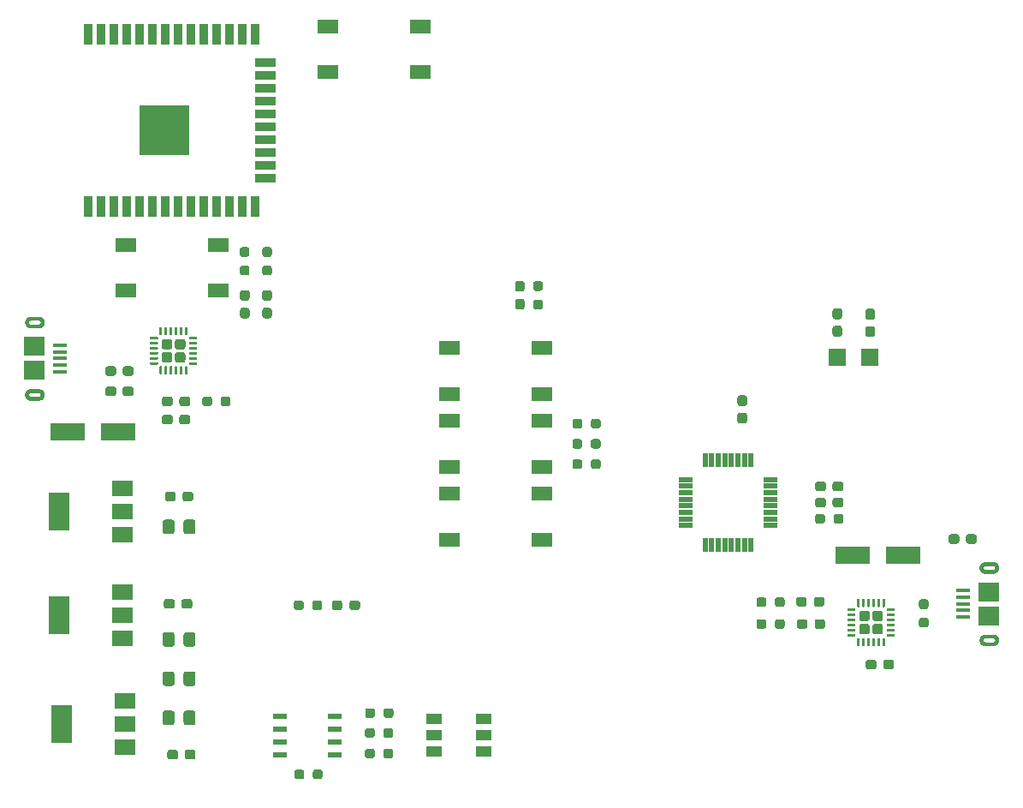
<source format=gbr>
G04 #@! TF.GenerationSoftware,KiCad,Pcbnew,(5.1.12)-1*
G04 #@! TF.CreationDate,2022-03-23T16:05:10-05:00*
G04 #@! TF.ProjectId,AVR-CTF,4156522d-4354-4462-9e6b-696361645f70,rev?*
G04 #@! TF.SameCoordinates,Original*
G04 #@! TF.FileFunction,Paste,Top*
G04 #@! TF.FilePolarity,Positive*
%FSLAX46Y46*%
G04 Gerber Fmt 4.6, Leading zero omitted, Abs format (unit mm)*
G04 Created by KiCad (PCBNEW (5.1.12)-1) date 2022-03-23 16:05:10*
%MOMM*%
%LPD*%
G01*
G04 APERTURE LIST*
%ADD10C,0.001000*%
%ADD11R,3.500000X1.800000*%
%ADD12R,2.000000X1.900000*%
%ADD13R,1.400000X0.400000*%
%ADD14R,2.100000X1.400000*%
%ADD15R,2.000000X1.500000*%
%ADD16R,2.000000X3.800000*%
%ADD17R,5.000000X5.000000*%
%ADD18R,0.900000X2.000000*%
%ADD19R,2.000000X0.900000*%
%ADD20R,1.460500X0.538480*%
%ADD21R,1.340599X0.507200*%
%ADD22R,0.507200X1.340599*%
%ADD23R,1.750000X1.800000*%
%ADD24R,1.500000X1.000000*%
G04 APERTURE END LIST*
D10*
G36*
X207798000Y-105165000D02*
G01*
X207398000Y-105165000D01*
X207386000Y-105165000D01*
X207374000Y-105164000D01*
X207363000Y-105162000D01*
X207351000Y-105160000D01*
X207340000Y-105157000D01*
X207328000Y-105154000D01*
X207317000Y-105150000D01*
X207306000Y-105146000D01*
X207296000Y-105140000D01*
X207285000Y-105135000D01*
X207275000Y-105129000D01*
X207266000Y-105122000D01*
X207256000Y-105115000D01*
X207247000Y-105107000D01*
X207239000Y-105099000D01*
X207231000Y-105091000D01*
X207223000Y-105082000D01*
X207216000Y-105072000D01*
X207209000Y-105063000D01*
X207203000Y-105053000D01*
X207198000Y-105042000D01*
X207192000Y-105032000D01*
X207188000Y-105021000D01*
X207184000Y-105010000D01*
X207181000Y-104998000D01*
X207178000Y-104987000D01*
X207176000Y-104975000D01*
X207174000Y-104964000D01*
X207173000Y-104952000D01*
X207173000Y-104940000D01*
X207173000Y-104928000D01*
X207174000Y-104916000D01*
X207176000Y-104905000D01*
X207178000Y-104893000D01*
X207181000Y-104882000D01*
X207184000Y-104870000D01*
X207188000Y-104859000D01*
X207192000Y-104848000D01*
X207198000Y-104838000D01*
X207203000Y-104828000D01*
X207209000Y-104817000D01*
X207216000Y-104808000D01*
X207223000Y-104798000D01*
X207231000Y-104789000D01*
X207239000Y-104781000D01*
X207247000Y-104773000D01*
X207256000Y-104765000D01*
X207266000Y-104758000D01*
X207275000Y-104751000D01*
X207286000Y-104745000D01*
X207296000Y-104740000D01*
X207306000Y-104734000D01*
X207317000Y-104730000D01*
X207328000Y-104726000D01*
X207340000Y-104723000D01*
X207351000Y-104720000D01*
X207363000Y-104718000D01*
X207374000Y-104716000D01*
X207386000Y-104715000D01*
X207398000Y-104715000D01*
X207798000Y-104715000D01*
X207798000Y-104415000D01*
X207398000Y-104415000D01*
X207371000Y-104416000D01*
X207343000Y-104418000D01*
X207316000Y-104421000D01*
X207289000Y-104426000D01*
X207262000Y-104433000D01*
X207236000Y-104441000D01*
X207210000Y-104450000D01*
X207184000Y-104460000D01*
X207160000Y-104472000D01*
X207136000Y-104485000D01*
X207112000Y-104500000D01*
X207089000Y-104515000D01*
X207068000Y-104532000D01*
X207047000Y-104550000D01*
X207027000Y-104569000D01*
X207008000Y-104589000D01*
X206990000Y-104610000D01*
X206973000Y-104631000D01*
X206958000Y-104654000D01*
X206943000Y-104678000D01*
X206930000Y-104702000D01*
X206918000Y-104726000D01*
X206908000Y-104752000D01*
X206899000Y-104778000D01*
X206891000Y-104804000D01*
X206884000Y-104831000D01*
X206879000Y-104858000D01*
X206876000Y-104885000D01*
X206874000Y-104913000D01*
X206873000Y-104940000D01*
X206874000Y-104967000D01*
X206876000Y-104995000D01*
X206879000Y-105022000D01*
X206884000Y-105049000D01*
X206891000Y-105076000D01*
X206899000Y-105102000D01*
X206908000Y-105128000D01*
X206918000Y-105154000D01*
X206930000Y-105178000D01*
X206943000Y-105202000D01*
X206958000Y-105226000D01*
X206973000Y-105249000D01*
X206990000Y-105270000D01*
X207008000Y-105291000D01*
X207027000Y-105311000D01*
X207047000Y-105330000D01*
X207068000Y-105348000D01*
X207089000Y-105365000D01*
X207112000Y-105380000D01*
X207135000Y-105395000D01*
X207160000Y-105408000D01*
X207184000Y-105420000D01*
X207210000Y-105430000D01*
X207236000Y-105439000D01*
X207262000Y-105447000D01*
X207289000Y-105454000D01*
X207316000Y-105459000D01*
X207343000Y-105462000D01*
X207371000Y-105464000D01*
X207398000Y-105465000D01*
X207798000Y-105465000D01*
X207798000Y-105165000D01*
G37*
X207798000Y-105165000D02*
X207398000Y-105165000D01*
X207386000Y-105165000D01*
X207374000Y-105164000D01*
X207363000Y-105162000D01*
X207351000Y-105160000D01*
X207340000Y-105157000D01*
X207328000Y-105154000D01*
X207317000Y-105150000D01*
X207306000Y-105146000D01*
X207296000Y-105140000D01*
X207285000Y-105135000D01*
X207275000Y-105129000D01*
X207266000Y-105122000D01*
X207256000Y-105115000D01*
X207247000Y-105107000D01*
X207239000Y-105099000D01*
X207231000Y-105091000D01*
X207223000Y-105082000D01*
X207216000Y-105072000D01*
X207209000Y-105063000D01*
X207203000Y-105053000D01*
X207198000Y-105042000D01*
X207192000Y-105032000D01*
X207188000Y-105021000D01*
X207184000Y-105010000D01*
X207181000Y-104998000D01*
X207178000Y-104987000D01*
X207176000Y-104975000D01*
X207174000Y-104964000D01*
X207173000Y-104952000D01*
X207173000Y-104940000D01*
X207173000Y-104928000D01*
X207174000Y-104916000D01*
X207176000Y-104905000D01*
X207178000Y-104893000D01*
X207181000Y-104882000D01*
X207184000Y-104870000D01*
X207188000Y-104859000D01*
X207192000Y-104848000D01*
X207198000Y-104838000D01*
X207203000Y-104828000D01*
X207209000Y-104817000D01*
X207216000Y-104808000D01*
X207223000Y-104798000D01*
X207231000Y-104789000D01*
X207239000Y-104781000D01*
X207247000Y-104773000D01*
X207256000Y-104765000D01*
X207266000Y-104758000D01*
X207275000Y-104751000D01*
X207286000Y-104745000D01*
X207296000Y-104740000D01*
X207306000Y-104734000D01*
X207317000Y-104730000D01*
X207328000Y-104726000D01*
X207340000Y-104723000D01*
X207351000Y-104720000D01*
X207363000Y-104718000D01*
X207374000Y-104716000D01*
X207386000Y-104715000D01*
X207398000Y-104715000D01*
X207798000Y-104715000D01*
X207798000Y-104415000D01*
X207398000Y-104415000D01*
X207371000Y-104416000D01*
X207343000Y-104418000D01*
X207316000Y-104421000D01*
X207289000Y-104426000D01*
X207262000Y-104433000D01*
X207236000Y-104441000D01*
X207210000Y-104450000D01*
X207184000Y-104460000D01*
X207160000Y-104472000D01*
X207136000Y-104485000D01*
X207112000Y-104500000D01*
X207089000Y-104515000D01*
X207068000Y-104532000D01*
X207047000Y-104550000D01*
X207027000Y-104569000D01*
X207008000Y-104589000D01*
X206990000Y-104610000D01*
X206973000Y-104631000D01*
X206958000Y-104654000D01*
X206943000Y-104678000D01*
X206930000Y-104702000D01*
X206918000Y-104726000D01*
X206908000Y-104752000D01*
X206899000Y-104778000D01*
X206891000Y-104804000D01*
X206884000Y-104831000D01*
X206879000Y-104858000D01*
X206876000Y-104885000D01*
X206874000Y-104913000D01*
X206873000Y-104940000D01*
X206874000Y-104967000D01*
X206876000Y-104995000D01*
X206879000Y-105022000D01*
X206884000Y-105049000D01*
X206891000Y-105076000D01*
X206899000Y-105102000D01*
X206908000Y-105128000D01*
X206918000Y-105154000D01*
X206930000Y-105178000D01*
X206943000Y-105202000D01*
X206958000Y-105226000D01*
X206973000Y-105249000D01*
X206990000Y-105270000D01*
X207008000Y-105291000D01*
X207027000Y-105311000D01*
X207047000Y-105330000D01*
X207068000Y-105348000D01*
X207089000Y-105365000D01*
X207112000Y-105380000D01*
X207135000Y-105395000D01*
X207160000Y-105408000D01*
X207184000Y-105420000D01*
X207210000Y-105430000D01*
X207236000Y-105439000D01*
X207262000Y-105447000D01*
X207289000Y-105454000D01*
X207316000Y-105459000D01*
X207343000Y-105462000D01*
X207371000Y-105464000D01*
X207398000Y-105465000D01*
X207798000Y-105465000D01*
X207798000Y-105165000D01*
G36*
X207798000Y-104715000D02*
G01*
X208198000Y-104715000D01*
X208210000Y-104715000D01*
X208222000Y-104716000D01*
X208233000Y-104718000D01*
X208245000Y-104720000D01*
X208256000Y-104723000D01*
X208268000Y-104726000D01*
X208279000Y-104730000D01*
X208290000Y-104734000D01*
X208300000Y-104740000D01*
X208310000Y-104745000D01*
X208321000Y-104751000D01*
X208330000Y-104758000D01*
X208340000Y-104765000D01*
X208349000Y-104773000D01*
X208357000Y-104781000D01*
X208365000Y-104789000D01*
X208373000Y-104798000D01*
X208380000Y-104808000D01*
X208387000Y-104817000D01*
X208393000Y-104828000D01*
X208398000Y-104838000D01*
X208404000Y-104848000D01*
X208408000Y-104859000D01*
X208412000Y-104870000D01*
X208415000Y-104882000D01*
X208418000Y-104893000D01*
X208420000Y-104905000D01*
X208422000Y-104916000D01*
X208423000Y-104928000D01*
X208423000Y-104940000D01*
X208423000Y-104952000D01*
X208422000Y-104964000D01*
X208420000Y-104975000D01*
X208418000Y-104987000D01*
X208415000Y-104998000D01*
X208412000Y-105010000D01*
X208408000Y-105021000D01*
X208404000Y-105032000D01*
X208398000Y-105042000D01*
X208393000Y-105053000D01*
X208387000Y-105063000D01*
X208380000Y-105072000D01*
X208373000Y-105082000D01*
X208365000Y-105091000D01*
X208357000Y-105099000D01*
X208349000Y-105107000D01*
X208340000Y-105115000D01*
X208330000Y-105122000D01*
X208321000Y-105129000D01*
X208311000Y-105135000D01*
X208300000Y-105140000D01*
X208290000Y-105146000D01*
X208279000Y-105150000D01*
X208268000Y-105154000D01*
X208256000Y-105157000D01*
X208245000Y-105160000D01*
X208233000Y-105162000D01*
X208222000Y-105164000D01*
X208210000Y-105165000D01*
X208198000Y-105165000D01*
X207798000Y-105165000D01*
X207798000Y-105465000D01*
X208198000Y-105465000D01*
X208225000Y-105464000D01*
X208253000Y-105462000D01*
X208280000Y-105459000D01*
X208307000Y-105454000D01*
X208334000Y-105447000D01*
X208360000Y-105439000D01*
X208386000Y-105430000D01*
X208412000Y-105420000D01*
X208436000Y-105408000D01*
X208461000Y-105395000D01*
X208484000Y-105380000D01*
X208507000Y-105365000D01*
X208528000Y-105348000D01*
X208549000Y-105330000D01*
X208569000Y-105311000D01*
X208588000Y-105291000D01*
X208606000Y-105270000D01*
X208623000Y-105249000D01*
X208638000Y-105226000D01*
X208653000Y-105202000D01*
X208666000Y-105178000D01*
X208678000Y-105154000D01*
X208688000Y-105128000D01*
X208697000Y-105102000D01*
X208705000Y-105076000D01*
X208712000Y-105049000D01*
X208717000Y-105022000D01*
X208720000Y-104995000D01*
X208722000Y-104967000D01*
X208723000Y-104940000D01*
X208722000Y-104913000D01*
X208720000Y-104885000D01*
X208717000Y-104858000D01*
X208712000Y-104831000D01*
X208705000Y-104804000D01*
X208697000Y-104778000D01*
X208688000Y-104752000D01*
X208678000Y-104726000D01*
X208666000Y-104702000D01*
X208653000Y-104678000D01*
X208638000Y-104654000D01*
X208623000Y-104631000D01*
X208606000Y-104610000D01*
X208588000Y-104589000D01*
X208569000Y-104569000D01*
X208549000Y-104550000D01*
X208528000Y-104532000D01*
X208507000Y-104515000D01*
X208484000Y-104500000D01*
X208460000Y-104485000D01*
X208436000Y-104472000D01*
X208412000Y-104460000D01*
X208386000Y-104450000D01*
X208360000Y-104441000D01*
X208334000Y-104433000D01*
X208307000Y-104426000D01*
X208280000Y-104421000D01*
X208253000Y-104418000D01*
X208225000Y-104416000D01*
X208198000Y-104415000D01*
X207798000Y-104415000D01*
X207798000Y-104715000D01*
G37*
X207798000Y-104715000D02*
X208198000Y-104715000D01*
X208210000Y-104715000D01*
X208222000Y-104716000D01*
X208233000Y-104718000D01*
X208245000Y-104720000D01*
X208256000Y-104723000D01*
X208268000Y-104726000D01*
X208279000Y-104730000D01*
X208290000Y-104734000D01*
X208300000Y-104740000D01*
X208310000Y-104745000D01*
X208321000Y-104751000D01*
X208330000Y-104758000D01*
X208340000Y-104765000D01*
X208349000Y-104773000D01*
X208357000Y-104781000D01*
X208365000Y-104789000D01*
X208373000Y-104798000D01*
X208380000Y-104808000D01*
X208387000Y-104817000D01*
X208393000Y-104828000D01*
X208398000Y-104838000D01*
X208404000Y-104848000D01*
X208408000Y-104859000D01*
X208412000Y-104870000D01*
X208415000Y-104882000D01*
X208418000Y-104893000D01*
X208420000Y-104905000D01*
X208422000Y-104916000D01*
X208423000Y-104928000D01*
X208423000Y-104940000D01*
X208423000Y-104952000D01*
X208422000Y-104964000D01*
X208420000Y-104975000D01*
X208418000Y-104987000D01*
X208415000Y-104998000D01*
X208412000Y-105010000D01*
X208408000Y-105021000D01*
X208404000Y-105032000D01*
X208398000Y-105042000D01*
X208393000Y-105053000D01*
X208387000Y-105063000D01*
X208380000Y-105072000D01*
X208373000Y-105082000D01*
X208365000Y-105091000D01*
X208357000Y-105099000D01*
X208349000Y-105107000D01*
X208340000Y-105115000D01*
X208330000Y-105122000D01*
X208321000Y-105129000D01*
X208311000Y-105135000D01*
X208300000Y-105140000D01*
X208290000Y-105146000D01*
X208279000Y-105150000D01*
X208268000Y-105154000D01*
X208256000Y-105157000D01*
X208245000Y-105160000D01*
X208233000Y-105162000D01*
X208222000Y-105164000D01*
X208210000Y-105165000D01*
X208198000Y-105165000D01*
X207798000Y-105165000D01*
X207798000Y-105465000D01*
X208198000Y-105465000D01*
X208225000Y-105464000D01*
X208253000Y-105462000D01*
X208280000Y-105459000D01*
X208307000Y-105454000D01*
X208334000Y-105447000D01*
X208360000Y-105439000D01*
X208386000Y-105430000D01*
X208412000Y-105420000D01*
X208436000Y-105408000D01*
X208461000Y-105395000D01*
X208484000Y-105380000D01*
X208507000Y-105365000D01*
X208528000Y-105348000D01*
X208549000Y-105330000D01*
X208569000Y-105311000D01*
X208588000Y-105291000D01*
X208606000Y-105270000D01*
X208623000Y-105249000D01*
X208638000Y-105226000D01*
X208653000Y-105202000D01*
X208666000Y-105178000D01*
X208678000Y-105154000D01*
X208688000Y-105128000D01*
X208697000Y-105102000D01*
X208705000Y-105076000D01*
X208712000Y-105049000D01*
X208717000Y-105022000D01*
X208720000Y-104995000D01*
X208722000Y-104967000D01*
X208723000Y-104940000D01*
X208722000Y-104913000D01*
X208720000Y-104885000D01*
X208717000Y-104858000D01*
X208712000Y-104831000D01*
X208705000Y-104804000D01*
X208697000Y-104778000D01*
X208688000Y-104752000D01*
X208678000Y-104726000D01*
X208666000Y-104702000D01*
X208653000Y-104678000D01*
X208638000Y-104654000D01*
X208623000Y-104631000D01*
X208606000Y-104610000D01*
X208588000Y-104589000D01*
X208569000Y-104569000D01*
X208549000Y-104550000D01*
X208528000Y-104532000D01*
X208507000Y-104515000D01*
X208484000Y-104500000D01*
X208460000Y-104485000D01*
X208436000Y-104472000D01*
X208412000Y-104460000D01*
X208386000Y-104450000D01*
X208360000Y-104441000D01*
X208334000Y-104433000D01*
X208307000Y-104426000D01*
X208280000Y-104421000D01*
X208253000Y-104418000D01*
X208225000Y-104416000D01*
X208198000Y-104415000D01*
X207798000Y-104415000D01*
X207798000Y-104715000D01*
G36*
X207798000Y-98015000D02*
G01*
X207398000Y-98015000D01*
X207386000Y-98015000D01*
X207374000Y-98014000D01*
X207363000Y-98012000D01*
X207351000Y-98010000D01*
X207340000Y-98007000D01*
X207328000Y-98004000D01*
X207317000Y-98000000D01*
X207306000Y-97996000D01*
X207296000Y-97990000D01*
X207286000Y-97985000D01*
X207275000Y-97979000D01*
X207266000Y-97972000D01*
X207256000Y-97965000D01*
X207247000Y-97957000D01*
X207239000Y-97949000D01*
X207231000Y-97941000D01*
X207223000Y-97932000D01*
X207216000Y-97922000D01*
X207209000Y-97913000D01*
X207203000Y-97902000D01*
X207198000Y-97892000D01*
X207192000Y-97882000D01*
X207188000Y-97871000D01*
X207184000Y-97860000D01*
X207181000Y-97848000D01*
X207178000Y-97837000D01*
X207176000Y-97825000D01*
X207174000Y-97814000D01*
X207173000Y-97802000D01*
X207173000Y-97790000D01*
X207173000Y-97778000D01*
X207174000Y-97766000D01*
X207176000Y-97755000D01*
X207178000Y-97743000D01*
X207181000Y-97732000D01*
X207184000Y-97720000D01*
X207188000Y-97709000D01*
X207192000Y-97698000D01*
X207198000Y-97688000D01*
X207203000Y-97677000D01*
X207209000Y-97667000D01*
X207216000Y-97658000D01*
X207223000Y-97648000D01*
X207231000Y-97639000D01*
X207239000Y-97631000D01*
X207247000Y-97623000D01*
X207256000Y-97615000D01*
X207266000Y-97608000D01*
X207275000Y-97601000D01*
X207285000Y-97595000D01*
X207296000Y-97590000D01*
X207306000Y-97584000D01*
X207317000Y-97580000D01*
X207328000Y-97576000D01*
X207340000Y-97573000D01*
X207351000Y-97570000D01*
X207363000Y-97568000D01*
X207374000Y-97566000D01*
X207386000Y-97565000D01*
X207398000Y-97565000D01*
X207798000Y-97565000D01*
X207798000Y-97265000D01*
X207398000Y-97265000D01*
X207371000Y-97266000D01*
X207343000Y-97268000D01*
X207316000Y-97271000D01*
X207289000Y-97276000D01*
X207262000Y-97283000D01*
X207236000Y-97291000D01*
X207210000Y-97300000D01*
X207184000Y-97310000D01*
X207160000Y-97322000D01*
X207135000Y-97335000D01*
X207112000Y-97350000D01*
X207089000Y-97365000D01*
X207068000Y-97382000D01*
X207047000Y-97400000D01*
X207027000Y-97419000D01*
X207008000Y-97439000D01*
X206990000Y-97460000D01*
X206973000Y-97481000D01*
X206958000Y-97504000D01*
X206943000Y-97528000D01*
X206930000Y-97552000D01*
X206918000Y-97576000D01*
X206908000Y-97602000D01*
X206899000Y-97628000D01*
X206891000Y-97654000D01*
X206884000Y-97681000D01*
X206879000Y-97708000D01*
X206876000Y-97735000D01*
X206874000Y-97763000D01*
X206873000Y-97790000D01*
X206874000Y-97817000D01*
X206876000Y-97845000D01*
X206879000Y-97872000D01*
X206884000Y-97899000D01*
X206891000Y-97926000D01*
X206899000Y-97952000D01*
X206908000Y-97978000D01*
X206918000Y-98004000D01*
X206930000Y-98028000D01*
X206943000Y-98052000D01*
X206958000Y-98076000D01*
X206973000Y-98099000D01*
X206990000Y-98120000D01*
X207008000Y-98141000D01*
X207027000Y-98161000D01*
X207047000Y-98180000D01*
X207068000Y-98198000D01*
X207089000Y-98215000D01*
X207112000Y-98230000D01*
X207136000Y-98245000D01*
X207160000Y-98258000D01*
X207184000Y-98270000D01*
X207210000Y-98280000D01*
X207236000Y-98289000D01*
X207262000Y-98297000D01*
X207289000Y-98304000D01*
X207316000Y-98309000D01*
X207343000Y-98312000D01*
X207371000Y-98314000D01*
X207398000Y-98315000D01*
X207798000Y-98315000D01*
X207798000Y-98015000D01*
G37*
X207798000Y-98015000D02*
X207398000Y-98015000D01*
X207386000Y-98015000D01*
X207374000Y-98014000D01*
X207363000Y-98012000D01*
X207351000Y-98010000D01*
X207340000Y-98007000D01*
X207328000Y-98004000D01*
X207317000Y-98000000D01*
X207306000Y-97996000D01*
X207296000Y-97990000D01*
X207286000Y-97985000D01*
X207275000Y-97979000D01*
X207266000Y-97972000D01*
X207256000Y-97965000D01*
X207247000Y-97957000D01*
X207239000Y-97949000D01*
X207231000Y-97941000D01*
X207223000Y-97932000D01*
X207216000Y-97922000D01*
X207209000Y-97913000D01*
X207203000Y-97902000D01*
X207198000Y-97892000D01*
X207192000Y-97882000D01*
X207188000Y-97871000D01*
X207184000Y-97860000D01*
X207181000Y-97848000D01*
X207178000Y-97837000D01*
X207176000Y-97825000D01*
X207174000Y-97814000D01*
X207173000Y-97802000D01*
X207173000Y-97790000D01*
X207173000Y-97778000D01*
X207174000Y-97766000D01*
X207176000Y-97755000D01*
X207178000Y-97743000D01*
X207181000Y-97732000D01*
X207184000Y-97720000D01*
X207188000Y-97709000D01*
X207192000Y-97698000D01*
X207198000Y-97688000D01*
X207203000Y-97677000D01*
X207209000Y-97667000D01*
X207216000Y-97658000D01*
X207223000Y-97648000D01*
X207231000Y-97639000D01*
X207239000Y-97631000D01*
X207247000Y-97623000D01*
X207256000Y-97615000D01*
X207266000Y-97608000D01*
X207275000Y-97601000D01*
X207285000Y-97595000D01*
X207296000Y-97590000D01*
X207306000Y-97584000D01*
X207317000Y-97580000D01*
X207328000Y-97576000D01*
X207340000Y-97573000D01*
X207351000Y-97570000D01*
X207363000Y-97568000D01*
X207374000Y-97566000D01*
X207386000Y-97565000D01*
X207398000Y-97565000D01*
X207798000Y-97565000D01*
X207798000Y-97265000D01*
X207398000Y-97265000D01*
X207371000Y-97266000D01*
X207343000Y-97268000D01*
X207316000Y-97271000D01*
X207289000Y-97276000D01*
X207262000Y-97283000D01*
X207236000Y-97291000D01*
X207210000Y-97300000D01*
X207184000Y-97310000D01*
X207160000Y-97322000D01*
X207135000Y-97335000D01*
X207112000Y-97350000D01*
X207089000Y-97365000D01*
X207068000Y-97382000D01*
X207047000Y-97400000D01*
X207027000Y-97419000D01*
X207008000Y-97439000D01*
X206990000Y-97460000D01*
X206973000Y-97481000D01*
X206958000Y-97504000D01*
X206943000Y-97528000D01*
X206930000Y-97552000D01*
X206918000Y-97576000D01*
X206908000Y-97602000D01*
X206899000Y-97628000D01*
X206891000Y-97654000D01*
X206884000Y-97681000D01*
X206879000Y-97708000D01*
X206876000Y-97735000D01*
X206874000Y-97763000D01*
X206873000Y-97790000D01*
X206874000Y-97817000D01*
X206876000Y-97845000D01*
X206879000Y-97872000D01*
X206884000Y-97899000D01*
X206891000Y-97926000D01*
X206899000Y-97952000D01*
X206908000Y-97978000D01*
X206918000Y-98004000D01*
X206930000Y-98028000D01*
X206943000Y-98052000D01*
X206958000Y-98076000D01*
X206973000Y-98099000D01*
X206990000Y-98120000D01*
X207008000Y-98141000D01*
X207027000Y-98161000D01*
X207047000Y-98180000D01*
X207068000Y-98198000D01*
X207089000Y-98215000D01*
X207112000Y-98230000D01*
X207136000Y-98245000D01*
X207160000Y-98258000D01*
X207184000Y-98270000D01*
X207210000Y-98280000D01*
X207236000Y-98289000D01*
X207262000Y-98297000D01*
X207289000Y-98304000D01*
X207316000Y-98309000D01*
X207343000Y-98312000D01*
X207371000Y-98314000D01*
X207398000Y-98315000D01*
X207798000Y-98315000D01*
X207798000Y-98015000D01*
G36*
X207798000Y-97565000D02*
G01*
X208198000Y-97565000D01*
X208210000Y-97565000D01*
X208222000Y-97566000D01*
X208233000Y-97568000D01*
X208245000Y-97570000D01*
X208256000Y-97573000D01*
X208268000Y-97576000D01*
X208279000Y-97580000D01*
X208290000Y-97584000D01*
X208300000Y-97590000D01*
X208311000Y-97595000D01*
X208321000Y-97601000D01*
X208330000Y-97608000D01*
X208340000Y-97615000D01*
X208349000Y-97623000D01*
X208357000Y-97631000D01*
X208365000Y-97639000D01*
X208373000Y-97648000D01*
X208380000Y-97658000D01*
X208387000Y-97667000D01*
X208393000Y-97677000D01*
X208398000Y-97688000D01*
X208404000Y-97698000D01*
X208408000Y-97709000D01*
X208412000Y-97720000D01*
X208415000Y-97732000D01*
X208418000Y-97743000D01*
X208420000Y-97755000D01*
X208422000Y-97766000D01*
X208423000Y-97778000D01*
X208423000Y-97790000D01*
X208423000Y-97802000D01*
X208422000Y-97814000D01*
X208420000Y-97825000D01*
X208418000Y-97837000D01*
X208415000Y-97848000D01*
X208412000Y-97860000D01*
X208408000Y-97871000D01*
X208404000Y-97882000D01*
X208398000Y-97892000D01*
X208393000Y-97902000D01*
X208387000Y-97913000D01*
X208380000Y-97922000D01*
X208373000Y-97932000D01*
X208365000Y-97941000D01*
X208357000Y-97949000D01*
X208349000Y-97957000D01*
X208340000Y-97965000D01*
X208330000Y-97972000D01*
X208321000Y-97979000D01*
X208310000Y-97985000D01*
X208300000Y-97990000D01*
X208290000Y-97996000D01*
X208279000Y-98000000D01*
X208268000Y-98004000D01*
X208256000Y-98007000D01*
X208245000Y-98010000D01*
X208233000Y-98012000D01*
X208222000Y-98014000D01*
X208210000Y-98015000D01*
X208198000Y-98015000D01*
X207798000Y-98015000D01*
X207798000Y-98315000D01*
X208198000Y-98315000D01*
X208225000Y-98314000D01*
X208253000Y-98312000D01*
X208280000Y-98309000D01*
X208307000Y-98304000D01*
X208334000Y-98297000D01*
X208360000Y-98289000D01*
X208386000Y-98280000D01*
X208412000Y-98270000D01*
X208436000Y-98258000D01*
X208460000Y-98245000D01*
X208484000Y-98230000D01*
X208507000Y-98215000D01*
X208528000Y-98198000D01*
X208549000Y-98180000D01*
X208569000Y-98161000D01*
X208588000Y-98141000D01*
X208606000Y-98120000D01*
X208623000Y-98099000D01*
X208638000Y-98076000D01*
X208653000Y-98052000D01*
X208666000Y-98028000D01*
X208678000Y-98004000D01*
X208688000Y-97978000D01*
X208697000Y-97952000D01*
X208705000Y-97926000D01*
X208712000Y-97899000D01*
X208717000Y-97872000D01*
X208720000Y-97845000D01*
X208722000Y-97817000D01*
X208723000Y-97790000D01*
X208722000Y-97763000D01*
X208720000Y-97735000D01*
X208717000Y-97708000D01*
X208712000Y-97681000D01*
X208705000Y-97654000D01*
X208697000Y-97628000D01*
X208688000Y-97602000D01*
X208678000Y-97576000D01*
X208666000Y-97552000D01*
X208653000Y-97528000D01*
X208638000Y-97504000D01*
X208623000Y-97481000D01*
X208606000Y-97460000D01*
X208588000Y-97439000D01*
X208569000Y-97419000D01*
X208549000Y-97400000D01*
X208528000Y-97382000D01*
X208507000Y-97365000D01*
X208484000Y-97350000D01*
X208461000Y-97335000D01*
X208436000Y-97322000D01*
X208412000Y-97310000D01*
X208386000Y-97300000D01*
X208360000Y-97291000D01*
X208334000Y-97283000D01*
X208307000Y-97276000D01*
X208280000Y-97271000D01*
X208253000Y-97268000D01*
X208225000Y-97266000D01*
X208198000Y-97265000D01*
X207798000Y-97265000D01*
X207798000Y-97565000D01*
G37*
X207798000Y-97565000D02*
X208198000Y-97565000D01*
X208210000Y-97565000D01*
X208222000Y-97566000D01*
X208233000Y-97568000D01*
X208245000Y-97570000D01*
X208256000Y-97573000D01*
X208268000Y-97576000D01*
X208279000Y-97580000D01*
X208290000Y-97584000D01*
X208300000Y-97590000D01*
X208311000Y-97595000D01*
X208321000Y-97601000D01*
X208330000Y-97608000D01*
X208340000Y-97615000D01*
X208349000Y-97623000D01*
X208357000Y-97631000D01*
X208365000Y-97639000D01*
X208373000Y-97648000D01*
X208380000Y-97658000D01*
X208387000Y-97667000D01*
X208393000Y-97677000D01*
X208398000Y-97688000D01*
X208404000Y-97698000D01*
X208408000Y-97709000D01*
X208412000Y-97720000D01*
X208415000Y-97732000D01*
X208418000Y-97743000D01*
X208420000Y-97755000D01*
X208422000Y-97766000D01*
X208423000Y-97778000D01*
X208423000Y-97790000D01*
X208423000Y-97802000D01*
X208422000Y-97814000D01*
X208420000Y-97825000D01*
X208418000Y-97837000D01*
X208415000Y-97848000D01*
X208412000Y-97860000D01*
X208408000Y-97871000D01*
X208404000Y-97882000D01*
X208398000Y-97892000D01*
X208393000Y-97902000D01*
X208387000Y-97913000D01*
X208380000Y-97922000D01*
X208373000Y-97932000D01*
X208365000Y-97941000D01*
X208357000Y-97949000D01*
X208349000Y-97957000D01*
X208340000Y-97965000D01*
X208330000Y-97972000D01*
X208321000Y-97979000D01*
X208310000Y-97985000D01*
X208300000Y-97990000D01*
X208290000Y-97996000D01*
X208279000Y-98000000D01*
X208268000Y-98004000D01*
X208256000Y-98007000D01*
X208245000Y-98010000D01*
X208233000Y-98012000D01*
X208222000Y-98014000D01*
X208210000Y-98015000D01*
X208198000Y-98015000D01*
X207798000Y-98015000D01*
X207798000Y-98315000D01*
X208198000Y-98315000D01*
X208225000Y-98314000D01*
X208253000Y-98312000D01*
X208280000Y-98309000D01*
X208307000Y-98304000D01*
X208334000Y-98297000D01*
X208360000Y-98289000D01*
X208386000Y-98280000D01*
X208412000Y-98270000D01*
X208436000Y-98258000D01*
X208460000Y-98245000D01*
X208484000Y-98230000D01*
X208507000Y-98215000D01*
X208528000Y-98198000D01*
X208549000Y-98180000D01*
X208569000Y-98161000D01*
X208588000Y-98141000D01*
X208606000Y-98120000D01*
X208623000Y-98099000D01*
X208638000Y-98076000D01*
X208653000Y-98052000D01*
X208666000Y-98028000D01*
X208678000Y-98004000D01*
X208688000Y-97978000D01*
X208697000Y-97952000D01*
X208705000Y-97926000D01*
X208712000Y-97899000D01*
X208717000Y-97872000D01*
X208720000Y-97845000D01*
X208722000Y-97817000D01*
X208723000Y-97790000D01*
X208722000Y-97763000D01*
X208720000Y-97735000D01*
X208717000Y-97708000D01*
X208712000Y-97681000D01*
X208705000Y-97654000D01*
X208697000Y-97628000D01*
X208688000Y-97602000D01*
X208678000Y-97576000D01*
X208666000Y-97552000D01*
X208653000Y-97528000D01*
X208638000Y-97504000D01*
X208623000Y-97481000D01*
X208606000Y-97460000D01*
X208588000Y-97439000D01*
X208569000Y-97419000D01*
X208549000Y-97400000D01*
X208528000Y-97382000D01*
X208507000Y-97365000D01*
X208484000Y-97350000D01*
X208461000Y-97335000D01*
X208436000Y-97322000D01*
X208412000Y-97310000D01*
X208386000Y-97300000D01*
X208360000Y-97291000D01*
X208334000Y-97283000D01*
X208307000Y-97276000D01*
X208280000Y-97271000D01*
X208253000Y-97268000D01*
X208225000Y-97266000D01*
X208198000Y-97265000D01*
X207798000Y-97265000D01*
X207798000Y-97565000D01*
G36*
X113398000Y-80915000D02*
G01*
X112998000Y-80915000D01*
X112986000Y-80915000D01*
X112974000Y-80914000D01*
X112963000Y-80912000D01*
X112951000Y-80910000D01*
X112940000Y-80907000D01*
X112928000Y-80904000D01*
X112917000Y-80900000D01*
X112906000Y-80896000D01*
X112896000Y-80890000D01*
X112885000Y-80885000D01*
X112875000Y-80879000D01*
X112866000Y-80872000D01*
X112856000Y-80865000D01*
X112847000Y-80857000D01*
X112839000Y-80849000D01*
X112831000Y-80841000D01*
X112823000Y-80832000D01*
X112816000Y-80822000D01*
X112809000Y-80813000D01*
X112803000Y-80803000D01*
X112798000Y-80792000D01*
X112792000Y-80782000D01*
X112788000Y-80771000D01*
X112784000Y-80760000D01*
X112781000Y-80748000D01*
X112778000Y-80737000D01*
X112776000Y-80725000D01*
X112774000Y-80714000D01*
X112773000Y-80702000D01*
X112773000Y-80690000D01*
X112773000Y-80678000D01*
X112774000Y-80666000D01*
X112776000Y-80655000D01*
X112778000Y-80643000D01*
X112781000Y-80632000D01*
X112784000Y-80620000D01*
X112788000Y-80609000D01*
X112792000Y-80598000D01*
X112798000Y-80588000D01*
X112803000Y-80578000D01*
X112809000Y-80567000D01*
X112816000Y-80558000D01*
X112823000Y-80548000D01*
X112831000Y-80539000D01*
X112839000Y-80531000D01*
X112847000Y-80523000D01*
X112856000Y-80515000D01*
X112866000Y-80508000D01*
X112875000Y-80501000D01*
X112886000Y-80495000D01*
X112896000Y-80490000D01*
X112906000Y-80484000D01*
X112917000Y-80480000D01*
X112928000Y-80476000D01*
X112940000Y-80473000D01*
X112951000Y-80470000D01*
X112963000Y-80468000D01*
X112974000Y-80466000D01*
X112986000Y-80465000D01*
X112998000Y-80465000D01*
X113398000Y-80465000D01*
X113398000Y-80165000D01*
X112998000Y-80165000D01*
X112971000Y-80166000D01*
X112943000Y-80168000D01*
X112916000Y-80171000D01*
X112889000Y-80176000D01*
X112862000Y-80183000D01*
X112836000Y-80191000D01*
X112810000Y-80200000D01*
X112784000Y-80210000D01*
X112760000Y-80222000D01*
X112736000Y-80235000D01*
X112712000Y-80250000D01*
X112689000Y-80265000D01*
X112668000Y-80282000D01*
X112647000Y-80300000D01*
X112627000Y-80319000D01*
X112608000Y-80339000D01*
X112590000Y-80360000D01*
X112573000Y-80381000D01*
X112558000Y-80404000D01*
X112543000Y-80428000D01*
X112530000Y-80452000D01*
X112518000Y-80476000D01*
X112508000Y-80502000D01*
X112499000Y-80528000D01*
X112491000Y-80554000D01*
X112484000Y-80581000D01*
X112479000Y-80608000D01*
X112476000Y-80635000D01*
X112474000Y-80663000D01*
X112473000Y-80690000D01*
X112474000Y-80717000D01*
X112476000Y-80745000D01*
X112479000Y-80772000D01*
X112484000Y-80799000D01*
X112491000Y-80826000D01*
X112499000Y-80852000D01*
X112508000Y-80878000D01*
X112518000Y-80904000D01*
X112530000Y-80928000D01*
X112543000Y-80952000D01*
X112558000Y-80976000D01*
X112573000Y-80999000D01*
X112590000Y-81020000D01*
X112608000Y-81041000D01*
X112627000Y-81061000D01*
X112647000Y-81080000D01*
X112668000Y-81098000D01*
X112689000Y-81115000D01*
X112712000Y-81130000D01*
X112735000Y-81145000D01*
X112760000Y-81158000D01*
X112784000Y-81170000D01*
X112810000Y-81180000D01*
X112836000Y-81189000D01*
X112862000Y-81197000D01*
X112889000Y-81204000D01*
X112916000Y-81209000D01*
X112943000Y-81212000D01*
X112971000Y-81214000D01*
X112998000Y-81215000D01*
X113398000Y-81215000D01*
X113398000Y-80915000D01*
G37*
X113398000Y-80915000D02*
X112998000Y-80915000D01*
X112986000Y-80915000D01*
X112974000Y-80914000D01*
X112963000Y-80912000D01*
X112951000Y-80910000D01*
X112940000Y-80907000D01*
X112928000Y-80904000D01*
X112917000Y-80900000D01*
X112906000Y-80896000D01*
X112896000Y-80890000D01*
X112885000Y-80885000D01*
X112875000Y-80879000D01*
X112866000Y-80872000D01*
X112856000Y-80865000D01*
X112847000Y-80857000D01*
X112839000Y-80849000D01*
X112831000Y-80841000D01*
X112823000Y-80832000D01*
X112816000Y-80822000D01*
X112809000Y-80813000D01*
X112803000Y-80803000D01*
X112798000Y-80792000D01*
X112792000Y-80782000D01*
X112788000Y-80771000D01*
X112784000Y-80760000D01*
X112781000Y-80748000D01*
X112778000Y-80737000D01*
X112776000Y-80725000D01*
X112774000Y-80714000D01*
X112773000Y-80702000D01*
X112773000Y-80690000D01*
X112773000Y-80678000D01*
X112774000Y-80666000D01*
X112776000Y-80655000D01*
X112778000Y-80643000D01*
X112781000Y-80632000D01*
X112784000Y-80620000D01*
X112788000Y-80609000D01*
X112792000Y-80598000D01*
X112798000Y-80588000D01*
X112803000Y-80578000D01*
X112809000Y-80567000D01*
X112816000Y-80558000D01*
X112823000Y-80548000D01*
X112831000Y-80539000D01*
X112839000Y-80531000D01*
X112847000Y-80523000D01*
X112856000Y-80515000D01*
X112866000Y-80508000D01*
X112875000Y-80501000D01*
X112886000Y-80495000D01*
X112896000Y-80490000D01*
X112906000Y-80484000D01*
X112917000Y-80480000D01*
X112928000Y-80476000D01*
X112940000Y-80473000D01*
X112951000Y-80470000D01*
X112963000Y-80468000D01*
X112974000Y-80466000D01*
X112986000Y-80465000D01*
X112998000Y-80465000D01*
X113398000Y-80465000D01*
X113398000Y-80165000D01*
X112998000Y-80165000D01*
X112971000Y-80166000D01*
X112943000Y-80168000D01*
X112916000Y-80171000D01*
X112889000Y-80176000D01*
X112862000Y-80183000D01*
X112836000Y-80191000D01*
X112810000Y-80200000D01*
X112784000Y-80210000D01*
X112760000Y-80222000D01*
X112736000Y-80235000D01*
X112712000Y-80250000D01*
X112689000Y-80265000D01*
X112668000Y-80282000D01*
X112647000Y-80300000D01*
X112627000Y-80319000D01*
X112608000Y-80339000D01*
X112590000Y-80360000D01*
X112573000Y-80381000D01*
X112558000Y-80404000D01*
X112543000Y-80428000D01*
X112530000Y-80452000D01*
X112518000Y-80476000D01*
X112508000Y-80502000D01*
X112499000Y-80528000D01*
X112491000Y-80554000D01*
X112484000Y-80581000D01*
X112479000Y-80608000D01*
X112476000Y-80635000D01*
X112474000Y-80663000D01*
X112473000Y-80690000D01*
X112474000Y-80717000D01*
X112476000Y-80745000D01*
X112479000Y-80772000D01*
X112484000Y-80799000D01*
X112491000Y-80826000D01*
X112499000Y-80852000D01*
X112508000Y-80878000D01*
X112518000Y-80904000D01*
X112530000Y-80928000D01*
X112543000Y-80952000D01*
X112558000Y-80976000D01*
X112573000Y-80999000D01*
X112590000Y-81020000D01*
X112608000Y-81041000D01*
X112627000Y-81061000D01*
X112647000Y-81080000D01*
X112668000Y-81098000D01*
X112689000Y-81115000D01*
X112712000Y-81130000D01*
X112735000Y-81145000D01*
X112760000Y-81158000D01*
X112784000Y-81170000D01*
X112810000Y-81180000D01*
X112836000Y-81189000D01*
X112862000Y-81197000D01*
X112889000Y-81204000D01*
X112916000Y-81209000D01*
X112943000Y-81212000D01*
X112971000Y-81214000D01*
X112998000Y-81215000D01*
X113398000Y-81215000D01*
X113398000Y-80915000D01*
G36*
X113398000Y-80465000D02*
G01*
X113798000Y-80465000D01*
X113810000Y-80465000D01*
X113822000Y-80466000D01*
X113833000Y-80468000D01*
X113845000Y-80470000D01*
X113856000Y-80473000D01*
X113868000Y-80476000D01*
X113879000Y-80480000D01*
X113890000Y-80484000D01*
X113900000Y-80490000D01*
X113910000Y-80495000D01*
X113921000Y-80501000D01*
X113930000Y-80508000D01*
X113940000Y-80515000D01*
X113949000Y-80523000D01*
X113957000Y-80531000D01*
X113965000Y-80539000D01*
X113973000Y-80548000D01*
X113980000Y-80558000D01*
X113987000Y-80567000D01*
X113993000Y-80578000D01*
X113998000Y-80588000D01*
X114004000Y-80598000D01*
X114008000Y-80609000D01*
X114012000Y-80620000D01*
X114015000Y-80632000D01*
X114018000Y-80643000D01*
X114020000Y-80655000D01*
X114022000Y-80666000D01*
X114023000Y-80678000D01*
X114023000Y-80690000D01*
X114023000Y-80702000D01*
X114022000Y-80714000D01*
X114020000Y-80725000D01*
X114018000Y-80737000D01*
X114015000Y-80748000D01*
X114012000Y-80760000D01*
X114008000Y-80771000D01*
X114004000Y-80782000D01*
X113998000Y-80792000D01*
X113993000Y-80803000D01*
X113987000Y-80813000D01*
X113980000Y-80822000D01*
X113973000Y-80832000D01*
X113965000Y-80841000D01*
X113957000Y-80849000D01*
X113949000Y-80857000D01*
X113940000Y-80865000D01*
X113930000Y-80872000D01*
X113921000Y-80879000D01*
X113911000Y-80885000D01*
X113900000Y-80890000D01*
X113890000Y-80896000D01*
X113879000Y-80900000D01*
X113868000Y-80904000D01*
X113856000Y-80907000D01*
X113845000Y-80910000D01*
X113833000Y-80912000D01*
X113822000Y-80914000D01*
X113810000Y-80915000D01*
X113798000Y-80915000D01*
X113398000Y-80915000D01*
X113398000Y-81215000D01*
X113798000Y-81215000D01*
X113825000Y-81214000D01*
X113853000Y-81212000D01*
X113880000Y-81209000D01*
X113907000Y-81204000D01*
X113934000Y-81197000D01*
X113960000Y-81189000D01*
X113986000Y-81180000D01*
X114012000Y-81170000D01*
X114036000Y-81158000D01*
X114061000Y-81145000D01*
X114084000Y-81130000D01*
X114107000Y-81115000D01*
X114128000Y-81098000D01*
X114149000Y-81080000D01*
X114169000Y-81061000D01*
X114188000Y-81041000D01*
X114206000Y-81020000D01*
X114223000Y-80999000D01*
X114238000Y-80976000D01*
X114253000Y-80952000D01*
X114266000Y-80928000D01*
X114278000Y-80904000D01*
X114288000Y-80878000D01*
X114297000Y-80852000D01*
X114305000Y-80826000D01*
X114312000Y-80799000D01*
X114317000Y-80772000D01*
X114320000Y-80745000D01*
X114322000Y-80717000D01*
X114323000Y-80690000D01*
X114322000Y-80663000D01*
X114320000Y-80635000D01*
X114317000Y-80608000D01*
X114312000Y-80581000D01*
X114305000Y-80554000D01*
X114297000Y-80528000D01*
X114288000Y-80502000D01*
X114278000Y-80476000D01*
X114266000Y-80452000D01*
X114253000Y-80428000D01*
X114238000Y-80404000D01*
X114223000Y-80381000D01*
X114206000Y-80360000D01*
X114188000Y-80339000D01*
X114169000Y-80319000D01*
X114149000Y-80300000D01*
X114128000Y-80282000D01*
X114107000Y-80265000D01*
X114084000Y-80250000D01*
X114060000Y-80235000D01*
X114036000Y-80222000D01*
X114012000Y-80210000D01*
X113986000Y-80200000D01*
X113960000Y-80191000D01*
X113934000Y-80183000D01*
X113907000Y-80176000D01*
X113880000Y-80171000D01*
X113853000Y-80168000D01*
X113825000Y-80166000D01*
X113798000Y-80165000D01*
X113398000Y-80165000D01*
X113398000Y-80465000D01*
G37*
X113398000Y-80465000D02*
X113798000Y-80465000D01*
X113810000Y-80465000D01*
X113822000Y-80466000D01*
X113833000Y-80468000D01*
X113845000Y-80470000D01*
X113856000Y-80473000D01*
X113868000Y-80476000D01*
X113879000Y-80480000D01*
X113890000Y-80484000D01*
X113900000Y-80490000D01*
X113910000Y-80495000D01*
X113921000Y-80501000D01*
X113930000Y-80508000D01*
X113940000Y-80515000D01*
X113949000Y-80523000D01*
X113957000Y-80531000D01*
X113965000Y-80539000D01*
X113973000Y-80548000D01*
X113980000Y-80558000D01*
X113987000Y-80567000D01*
X113993000Y-80578000D01*
X113998000Y-80588000D01*
X114004000Y-80598000D01*
X114008000Y-80609000D01*
X114012000Y-80620000D01*
X114015000Y-80632000D01*
X114018000Y-80643000D01*
X114020000Y-80655000D01*
X114022000Y-80666000D01*
X114023000Y-80678000D01*
X114023000Y-80690000D01*
X114023000Y-80702000D01*
X114022000Y-80714000D01*
X114020000Y-80725000D01*
X114018000Y-80737000D01*
X114015000Y-80748000D01*
X114012000Y-80760000D01*
X114008000Y-80771000D01*
X114004000Y-80782000D01*
X113998000Y-80792000D01*
X113993000Y-80803000D01*
X113987000Y-80813000D01*
X113980000Y-80822000D01*
X113973000Y-80832000D01*
X113965000Y-80841000D01*
X113957000Y-80849000D01*
X113949000Y-80857000D01*
X113940000Y-80865000D01*
X113930000Y-80872000D01*
X113921000Y-80879000D01*
X113911000Y-80885000D01*
X113900000Y-80890000D01*
X113890000Y-80896000D01*
X113879000Y-80900000D01*
X113868000Y-80904000D01*
X113856000Y-80907000D01*
X113845000Y-80910000D01*
X113833000Y-80912000D01*
X113822000Y-80914000D01*
X113810000Y-80915000D01*
X113798000Y-80915000D01*
X113398000Y-80915000D01*
X113398000Y-81215000D01*
X113798000Y-81215000D01*
X113825000Y-81214000D01*
X113853000Y-81212000D01*
X113880000Y-81209000D01*
X113907000Y-81204000D01*
X113934000Y-81197000D01*
X113960000Y-81189000D01*
X113986000Y-81180000D01*
X114012000Y-81170000D01*
X114036000Y-81158000D01*
X114061000Y-81145000D01*
X114084000Y-81130000D01*
X114107000Y-81115000D01*
X114128000Y-81098000D01*
X114149000Y-81080000D01*
X114169000Y-81061000D01*
X114188000Y-81041000D01*
X114206000Y-81020000D01*
X114223000Y-80999000D01*
X114238000Y-80976000D01*
X114253000Y-80952000D01*
X114266000Y-80928000D01*
X114278000Y-80904000D01*
X114288000Y-80878000D01*
X114297000Y-80852000D01*
X114305000Y-80826000D01*
X114312000Y-80799000D01*
X114317000Y-80772000D01*
X114320000Y-80745000D01*
X114322000Y-80717000D01*
X114323000Y-80690000D01*
X114322000Y-80663000D01*
X114320000Y-80635000D01*
X114317000Y-80608000D01*
X114312000Y-80581000D01*
X114305000Y-80554000D01*
X114297000Y-80528000D01*
X114288000Y-80502000D01*
X114278000Y-80476000D01*
X114266000Y-80452000D01*
X114253000Y-80428000D01*
X114238000Y-80404000D01*
X114223000Y-80381000D01*
X114206000Y-80360000D01*
X114188000Y-80339000D01*
X114169000Y-80319000D01*
X114149000Y-80300000D01*
X114128000Y-80282000D01*
X114107000Y-80265000D01*
X114084000Y-80250000D01*
X114060000Y-80235000D01*
X114036000Y-80222000D01*
X114012000Y-80210000D01*
X113986000Y-80200000D01*
X113960000Y-80191000D01*
X113934000Y-80183000D01*
X113907000Y-80176000D01*
X113880000Y-80171000D01*
X113853000Y-80168000D01*
X113825000Y-80166000D01*
X113798000Y-80165000D01*
X113398000Y-80165000D01*
X113398000Y-80465000D01*
G36*
X113398000Y-73765000D02*
G01*
X112998000Y-73765000D01*
X112986000Y-73765000D01*
X112974000Y-73764000D01*
X112963000Y-73762000D01*
X112951000Y-73760000D01*
X112940000Y-73757000D01*
X112928000Y-73754000D01*
X112917000Y-73750000D01*
X112906000Y-73746000D01*
X112896000Y-73740000D01*
X112886000Y-73735000D01*
X112875000Y-73729000D01*
X112866000Y-73722000D01*
X112856000Y-73715000D01*
X112847000Y-73707000D01*
X112839000Y-73699000D01*
X112831000Y-73691000D01*
X112823000Y-73682000D01*
X112816000Y-73672000D01*
X112809000Y-73663000D01*
X112803000Y-73652000D01*
X112798000Y-73642000D01*
X112792000Y-73632000D01*
X112788000Y-73621000D01*
X112784000Y-73610000D01*
X112781000Y-73598000D01*
X112778000Y-73587000D01*
X112776000Y-73575000D01*
X112774000Y-73564000D01*
X112773000Y-73552000D01*
X112773000Y-73540000D01*
X112773000Y-73528000D01*
X112774000Y-73516000D01*
X112776000Y-73505000D01*
X112778000Y-73493000D01*
X112781000Y-73482000D01*
X112784000Y-73470000D01*
X112788000Y-73459000D01*
X112792000Y-73448000D01*
X112798000Y-73438000D01*
X112803000Y-73427000D01*
X112809000Y-73417000D01*
X112816000Y-73408000D01*
X112823000Y-73398000D01*
X112831000Y-73389000D01*
X112839000Y-73381000D01*
X112847000Y-73373000D01*
X112856000Y-73365000D01*
X112866000Y-73358000D01*
X112875000Y-73351000D01*
X112885000Y-73345000D01*
X112896000Y-73340000D01*
X112906000Y-73334000D01*
X112917000Y-73330000D01*
X112928000Y-73326000D01*
X112940000Y-73323000D01*
X112951000Y-73320000D01*
X112963000Y-73318000D01*
X112974000Y-73316000D01*
X112986000Y-73315000D01*
X112998000Y-73315000D01*
X113398000Y-73315000D01*
X113398000Y-73015000D01*
X112998000Y-73015000D01*
X112971000Y-73016000D01*
X112943000Y-73018000D01*
X112916000Y-73021000D01*
X112889000Y-73026000D01*
X112862000Y-73033000D01*
X112836000Y-73041000D01*
X112810000Y-73050000D01*
X112784000Y-73060000D01*
X112760000Y-73072000D01*
X112735000Y-73085000D01*
X112712000Y-73100000D01*
X112689000Y-73115000D01*
X112668000Y-73132000D01*
X112647000Y-73150000D01*
X112627000Y-73169000D01*
X112608000Y-73189000D01*
X112590000Y-73210000D01*
X112573000Y-73231000D01*
X112558000Y-73254000D01*
X112543000Y-73278000D01*
X112530000Y-73302000D01*
X112518000Y-73326000D01*
X112508000Y-73352000D01*
X112499000Y-73378000D01*
X112491000Y-73404000D01*
X112484000Y-73431000D01*
X112479000Y-73458000D01*
X112476000Y-73485000D01*
X112474000Y-73513000D01*
X112473000Y-73540000D01*
X112474000Y-73567000D01*
X112476000Y-73595000D01*
X112479000Y-73622000D01*
X112484000Y-73649000D01*
X112491000Y-73676000D01*
X112499000Y-73702000D01*
X112508000Y-73728000D01*
X112518000Y-73754000D01*
X112530000Y-73778000D01*
X112543000Y-73802000D01*
X112558000Y-73826000D01*
X112573000Y-73849000D01*
X112590000Y-73870000D01*
X112608000Y-73891000D01*
X112627000Y-73911000D01*
X112647000Y-73930000D01*
X112668000Y-73948000D01*
X112689000Y-73965000D01*
X112712000Y-73980000D01*
X112736000Y-73995000D01*
X112760000Y-74008000D01*
X112784000Y-74020000D01*
X112810000Y-74030000D01*
X112836000Y-74039000D01*
X112862000Y-74047000D01*
X112889000Y-74054000D01*
X112916000Y-74059000D01*
X112943000Y-74062000D01*
X112971000Y-74064000D01*
X112998000Y-74065000D01*
X113398000Y-74065000D01*
X113398000Y-73765000D01*
G37*
X113398000Y-73765000D02*
X112998000Y-73765000D01*
X112986000Y-73765000D01*
X112974000Y-73764000D01*
X112963000Y-73762000D01*
X112951000Y-73760000D01*
X112940000Y-73757000D01*
X112928000Y-73754000D01*
X112917000Y-73750000D01*
X112906000Y-73746000D01*
X112896000Y-73740000D01*
X112886000Y-73735000D01*
X112875000Y-73729000D01*
X112866000Y-73722000D01*
X112856000Y-73715000D01*
X112847000Y-73707000D01*
X112839000Y-73699000D01*
X112831000Y-73691000D01*
X112823000Y-73682000D01*
X112816000Y-73672000D01*
X112809000Y-73663000D01*
X112803000Y-73652000D01*
X112798000Y-73642000D01*
X112792000Y-73632000D01*
X112788000Y-73621000D01*
X112784000Y-73610000D01*
X112781000Y-73598000D01*
X112778000Y-73587000D01*
X112776000Y-73575000D01*
X112774000Y-73564000D01*
X112773000Y-73552000D01*
X112773000Y-73540000D01*
X112773000Y-73528000D01*
X112774000Y-73516000D01*
X112776000Y-73505000D01*
X112778000Y-73493000D01*
X112781000Y-73482000D01*
X112784000Y-73470000D01*
X112788000Y-73459000D01*
X112792000Y-73448000D01*
X112798000Y-73438000D01*
X112803000Y-73427000D01*
X112809000Y-73417000D01*
X112816000Y-73408000D01*
X112823000Y-73398000D01*
X112831000Y-73389000D01*
X112839000Y-73381000D01*
X112847000Y-73373000D01*
X112856000Y-73365000D01*
X112866000Y-73358000D01*
X112875000Y-73351000D01*
X112885000Y-73345000D01*
X112896000Y-73340000D01*
X112906000Y-73334000D01*
X112917000Y-73330000D01*
X112928000Y-73326000D01*
X112940000Y-73323000D01*
X112951000Y-73320000D01*
X112963000Y-73318000D01*
X112974000Y-73316000D01*
X112986000Y-73315000D01*
X112998000Y-73315000D01*
X113398000Y-73315000D01*
X113398000Y-73015000D01*
X112998000Y-73015000D01*
X112971000Y-73016000D01*
X112943000Y-73018000D01*
X112916000Y-73021000D01*
X112889000Y-73026000D01*
X112862000Y-73033000D01*
X112836000Y-73041000D01*
X112810000Y-73050000D01*
X112784000Y-73060000D01*
X112760000Y-73072000D01*
X112735000Y-73085000D01*
X112712000Y-73100000D01*
X112689000Y-73115000D01*
X112668000Y-73132000D01*
X112647000Y-73150000D01*
X112627000Y-73169000D01*
X112608000Y-73189000D01*
X112590000Y-73210000D01*
X112573000Y-73231000D01*
X112558000Y-73254000D01*
X112543000Y-73278000D01*
X112530000Y-73302000D01*
X112518000Y-73326000D01*
X112508000Y-73352000D01*
X112499000Y-73378000D01*
X112491000Y-73404000D01*
X112484000Y-73431000D01*
X112479000Y-73458000D01*
X112476000Y-73485000D01*
X112474000Y-73513000D01*
X112473000Y-73540000D01*
X112474000Y-73567000D01*
X112476000Y-73595000D01*
X112479000Y-73622000D01*
X112484000Y-73649000D01*
X112491000Y-73676000D01*
X112499000Y-73702000D01*
X112508000Y-73728000D01*
X112518000Y-73754000D01*
X112530000Y-73778000D01*
X112543000Y-73802000D01*
X112558000Y-73826000D01*
X112573000Y-73849000D01*
X112590000Y-73870000D01*
X112608000Y-73891000D01*
X112627000Y-73911000D01*
X112647000Y-73930000D01*
X112668000Y-73948000D01*
X112689000Y-73965000D01*
X112712000Y-73980000D01*
X112736000Y-73995000D01*
X112760000Y-74008000D01*
X112784000Y-74020000D01*
X112810000Y-74030000D01*
X112836000Y-74039000D01*
X112862000Y-74047000D01*
X112889000Y-74054000D01*
X112916000Y-74059000D01*
X112943000Y-74062000D01*
X112971000Y-74064000D01*
X112998000Y-74065000D01*
X113398000Y-74065000D01*
X113398000Y-73765000D01*
G36*
X113398000Y-73315000D02*
G01*
X113798000Y-73315000D01*
X113810000Y-73315000D01*
X113822000Y-73316000D01*
X113833000Y-73318000D01*
X113845000Y-73320000D01*
X113856000Y-73323000D01*
X113868000Y-73326000D01*
X113879000Y-73330000D01*
X113890000Y-73334000D01*
X113900000Y-73340000D01*
X113911000Y-73345000D01*
X113921000Y-73351000D01*
X113930000Y-73358000D01*
X113940000Y-73365000D01*
X113949000Y-73373000D01*
X113957000Y-73381000D01*
X113965000Y-73389000D01*
X113973000Y-73398000D01*
X113980000Y-73408000D01*
X113987000Y-73417000D01*
X113993000Y-73427000D01*
X113998000Y-73438000D01*
X114004000Y-73448000D01*
X114008000Y-73459000D01*
X114012000Y-73470000D01*
X114015000Y-73482000D01*
X114018000Y-73493000D01*
X114020000Y-73505000D01*
X114022000Y-73516000D01*
X114023000Y-73528000D01*
X114023000Y-73540000D01*
X114023000Y-73552000D01*
X114022000Y-73564000D01*
X114020000Y-73575000D01*
X114018000Y-73587000D01*
X114015000Y-73598000D01*
X114012000Y-73610000D01*
X114008000Y-73621000D01*
X114004000Y-73632000D01*
X113998000Y-73642000D01*
X113993000Y-73652000D01*
X113987000Y-73663000D01*
X113980000Y-73672000D01*
X113973000Y-73682000D01*
X113965000Y-73691000D01*
X113957000Y-73699000D01*
X113949000Y-73707000D01*
X113940000Y-73715000D01*
X113930000Y-73722000D01*
X113921000Y-73729000D01*
X113910000Y-73735000D01*
X113900000Y-73740000D01*
X113890000Y-73746000D01*
X113879000Y-73750000D01*
X113868000Y-73754000D01*
X113856000Y-73757000D01*
X113845000Y-73760000D01*
X113833000Y-73762000D01*
X113822000Y-73764000D01*
X113810000Y-73765000D01*
X113798000Y-73765000D01*
X113398000Y-73765000D01*
X113398000Y-74065000D01*
X113798000Y-74065000D01*
X113825000Y-74064000D01*
X113853000Y-74062000D01*
X113880000Y-74059000D01*
X113907000Y-74054000D01*
X113934000Y-74047000D01*
X113960000Y-74039000D01*
X113986000Y-74030000D01*
X114012000Y-74020000D01*
X114036000Y-74008000D01*
X114060000Y-73995000D01*
X114084000Y-73980000D01*
X114107000Y-73965000D01*
X114128000Y-73948000D01*
X114149000Y-73930000D01*
X114169000Y-73911000D01*
X114188000Y-73891000D01*
X114206000Y-73870000D01*
X114223000Y-73849000D01*
X114238000Y-73826000D01*
X114253000Y-73802000D01*
X114266000Y-73778000D01*
X114278000Y-73754000D01*
X114288000Y-73728000D01*
X114297000Y-73702000D01*
X114305000Y-73676000D01*
X114312000Y-73649000D01*
X114317000Y-73622000D01*
X114320000Y-73595000D01*
X114322000Y-73567000D01*
X114323000Y-73540000D01*
X114322000Y-73513000D01*
X114320000Y-73485000D01*
X114317000Y-73458000D01*
X114312000Y-73431000D01*
X114305000Y-73404000D01*
X114297000Y-73378000D01*
X114288000Y-73352000D01*
X114278000Y-73326000D01*
X114266000Y-73302000D01*
X114253000Y-73278000D01*
X114238000Y-73254000D01*
X114223000Y-73231000D01*
X114206000Y-73210000D01*
X114188000Y-73189000D01*
X114169000Y-73169000D01*
X114149000Y-73150000D01*
X114128000Y-73132000D01*
X114107000Y-73115000D01*
X114084000Y-73100000D01*
X114061000Y-73085000D01*
X114036000Y-73072000D01*
X114012000Y-73060000D01*
X113986000Y-73050000D01*
X113960000Y-73041000D01*
X113934000Y-73033000D01*
X113907000Y-73026000D01*
X113880000Y-73021000D01*
X113853000Y-73018000D01*
X113825000Y-73016000D01*
X113798000Y-73015000D01*
X113398000Y-73015000D01*
X113398000Y-73315000D01*
G37*
X113398000Y-73315000D02*
X113798000Y-73315000D01*
X113810000Y-73315000D01*
X113822000Y-73316000D01*
X113833000Y-73318000D01*
X113845000Y-73320000D01*
X113856000Y-73323000D01*
X113868000Y-73326000D01*
X113879000Y-73330000D01*
X113890000Y-73334000D01*
X113900000Y-73340000D01*
X113911000Y-73345000D01*
X113921000Y-73351000D01*
X113930000Y-73358000D01*
X113940000Y-73365000D01*
X113949000Y-73373000D01*
X113957000Y-73381000D01*
X113965000Y-73389000D01*
X113973000Y-73398000D01*
X113980000Y-73408000D01*
X113987000Y-73417000D01*
X113993000Y-73427000D01*
X113998000Y-73438000D01*
X114004000Y-73448000D01*
X114008000Y-73459000D01*
X114012000Y-73470000D01*
X114015000Y-73482000D01*
X114018000Y-73493000D01*
X114020000Y-73505000D01*
X114022000Y-73516000D01*
X114023000Y-73528000D01*
X114023000Y-73540000D01*
X114023000Y-73552000D01*
X114022000Y-73564000D01*
X114020000Y-73575000D01*
X114018000Y-73587000D01*
X114015000Y-73598000D01*
X114012000Y-73610000D01*
X114008000Y-73621000D01*
X114004000Y-73632000D01*
X113998000Y-73642000D01*
X113993000Y-73652000D01*
X113987000Y-73663000D01*
X113980000Y-73672000D01*
X113973000Y-73682000D01*
X113965000Y-73691000D01*
X113957000Y-73699000D01*
X113949000Y-73707000D01*
X113940000Y-73715000D01*
X113930000Y-73722000D01*
X113921000Y-73729000D01*
X113910000Y-73735000D01*
X113900000Y-73740000D01*
X113890000Y-73746000D01*
X113879000Y-73750000D01*
X113868000Y-73754000D01*
X113856000Y-73757000D01*
X113845000Y-73760000D01*
X113833000Y-73762000D01*
X113822000Y-73764000D01*
X113810000Y-73765000D01*
X113798000Y-73765000D01*
X113398000Y-73765000D01*
X113398000Y-74065000D01*
X113798000Y-74065000D01*
X113825000Y-74064000D01*
X113853000Y-74062000D01*
X113880000Y-74059000D01*
X113907000Y-74054000D01*
X113934000Y-74047000D01*
X113960000Y-74039000D01*
X113986000Y-74030000D01*
X114012000Y-74020000D01*
X114036000Y-74008000D01*
X114060000Y-73995000D01*
X114084000Y-73980000D01*
X114107000Y-73965000D01*
X114128000Y-73948000D01*
X114149000Y-73930000D01*
X114169000Y-73911000D01*
X114188000Y-73891000D01*
X114206000Y-73870000D01*
X114223000Y-73849000D01*
X114238000Y-73826000D01*
X114253000Y-73802000D01*
X114266000Y-73778000D01*
X114278000Y-73754000D01*
X114288000Y-73728000D01*
X114297000Y-73702000D01*
X114305000Y-73676000D01*
X114312000Y-73649000D01*
X114317000Y-73622000D01*
X114320000Y-73595000D01*
X114322000Y-73567000D01*
X114323000Y-73540000D01*
X114322000Y-73513000D01*
X114320000Y-73485000D01*
X114317000Y-73458000D01*
X114312000Y-73431000D01*
X114305000Y-73404000D01*
X114297000Y-73378000D01*
X114288000Y-73352000D01*
X114278000Y-73326000D01*
X114266000Y-73302000D01*
X114253000Y-73278000D01*
X114238000Y-73254000D01*
X114223000Y-73231000D01*
X114206000Y-73210000D01*
X114188000Y-73189000D01*
X114169000Y-73169000D01*
X114149000Y-73150000D01*
X114128000Y-73132000D01*
X114107000Y-73115000D01*
X114084000Y-73100000D01*
X114061000Y-73085000D01*
X114036000Y-73072000D01*
X114012000Y-73060000D01*
X113986000Y-73050000D01*
X113960000Y-73041000D01*
X113934000Y-73033000D01*
X113907000Y-73026000D01*
X113880000Y-73021000D01*
X113853000Y-73018000D01*
X113825000Y-73016000D01*
X113798000Y-73015000D01*
X113398000Y-73015000D01*
X113398000Y-73315000D01*
G36*
G01*
X128148000Y-109240000D02*
X128148000Y-108290000D01*
G75*
G02*
X128398000Y-108040000I250000J0D01*
G01*
X129073000Y-108040000D01*
G75*
G02*
X129323000Y-108290000I0J-250000D01*
G01*
X129323000Y-109240000D01*
G75*
G02*
X129073000Y-109490000I-250000J0D01*
G01*
X128398000Y-109490000D01*
G75*
G02*
X128148000Y-109240000I0J250000D01*
G01*
G37*
G36*
G01*
X126073000Y-109240000D02*
X126073000Y-108290000D01*
G75*
G02*
X126323000Y-108040000I250000J0D01*
G01*
X126998000Y-108040000D01*
G75*
G02*
X127248000Y-108290000I0J-250000D01*
G01*
X127248000Y-109240000D01*
G75*
G02*
X126998000Y-109490000I-250000J0D01*
G01*
X126323000Y-109490000D01*
G75*
G02*
X126073000Y-109240000I0J250000D01*
G01*
G37*
G36*
G01*
X126073000Y-113115000D02*
X126073000Y-112165000D01*
G75*
G02*
X126323000Y-111915000I250000J0D01*
G01*
X126998000Y-111915000D01*
G75*
G02*
X127248000Y-112165000I0J-250000D01*
G01*
X127248000Y-113115000D01*
G75*
G02*
X126998000Y-113365000I-250000J0D01*
G01*
X126323000Y-113365000D01*
G75*
G02*
X126073000Y-113115000I0J250000D01*
G01*
G37*
G36*
G01*
X128148000Y-113115000D02*
X128148000Y-112165000D01*
G75*
G02*
X128398000Y-111915000I250000J0D01*
G01*
X129073000Y-111915000D01*
G75*
G02*
X129323000Y-112165000I0J-250000D01*
G01*
X129323000Y-113115000D01*
G75*
G02*
X129073000Y-113365000I-250000J0D01*
G01*
X128398000Y-113365000D01*
G75*
G02*
X128148000Y-113115000I0J250000D01*
G01*
G37*
G36*
G01*
X126073000Y-105365000D02*
X126073000Y-104415000D01*
G75*
G02*
X126323000Y-104165000I250000J0D01*
G01*
X126998000Y-104165000D01*
G75*
G02*
X127248000Y-104415000I0J-250000D01*
G01*
X127248000Y-105365000D01*
G75*
G02*
X126998000Y-105615000I-250000J0D01*
G01*
X126323000Y-105615000D01*
G75*
G02*
X126073000Y-105365000I0J250000D01*
G01*
G37*
G36*
G01*
X128148000Y-105365000D02*
X128148000Y-104415000D01*
G75*
G02*
X128398000Y-104165000I250000J0D01*
G01*
X129073000Y-104165000D01*
G75*
G02*
X129323000Y-104415000I0J-250000D01*
G01*
X129323000Y-105365000D01*
G75*
G02*
X129073000Y-105615000I-250000J0D01*
G01*
X128398000Y-105615000D01*
G75*
G02*
X128148000Y-105365000I0J250000D01*
G01*
G37*
G36*
G01*
X126528000Y-116502500D02*
X126528000Y-116027500D01*
G75*
G02*
X126765500Y-115790000I237500J0D01*
G01*
X127365500Y-115790000D01*
G75*
G02*
X127603000Y-116027500I0J-237500D01*
G01*
X127603000Y-116502500D01*
G75*
G02*
X127365500Y-116740000I-237500J0D01*
G01*
X126765500Y-116740000D01*
G75*
G02*
X126528000Y-116502500I0J237500D01*
G01*
G37*
G36*
G01*
X128253000Y-116502500D02*
X128253000Y-116027500D01*
G75*
G02*
X128490500Y-115790000I237500J0D01*
G01*
X129090500Y-115790000D01*
G75*
G02*
X129328000Y-116027500I0J-237500D01*
G01*
X129328000Y-116502500D01*
G75*
G02*
X129090500Y-116740000I-237500J0D01*
G01*
X128490500Y-116740000D01*
G75*
G02*
X128253000Y-116502500I0J237500D01*
G01*
G37*
G36*
G01*
X127923000Y-101602500D02*
X127923000Y-101127500D01*
G75*
G02*
X128160500Y-100890000I237500J0D01*
G01*
X128760500Y-100890000D01*
G75*
G02*
X128998000Y-101127500I0J-237500D01*
G01*
X128998000Y-101602500D01*
G75*
G02*
X128760500Y-101840000I-237500J0D01*
G01*
X128160500Y-101840000D01*
G75*
G02*
X127923000Y-101602500I0J237500D01*
G01*
G37*
G36*
G01*
X126198000Y-101602500D02*
X126198000Y-101127500D01*
G75*
G02*
X126435500Y-100890000I237500J0D01*
G01*
X127035500Y-100890000D01*
G75*
G02*
X127273000Y-101127500I0J-237500D01*
G01*
X127273000Y-101602500D01*
G75*
G02*
X127035500Y-101840000I-237500J0D01*
G01*
X126435500Y-101840000D01*
G75*
G02*
X126198000Y-101602500I0J237500D01*
G01*
G37*
G36*
G01*
X195810500Y-72215000D02*
X196285500Y-72215000D01*
G75*
G02*
X196523000Y-72452500I0J-237500D01*
G01*
X196523000Y-73052500D01*
G75*
G02*
X196285500Y-73290000I-237500J0D01*
G01*
X195810500Y-73290000D01*
G75*
G02*
X195573000Y-73052500I0J237500D01*
G01*
X195573000Y-72452500D01*
G75*
G02*
X195810500Y-72215000I237500J0D01*
G01*
G37*
G36*
G01*
X195810500Y-73940000D02*
X196285500Y-73940000D01*
G75*
G02*
X196523000Y-74177500I0J-237500D01*
G01*
X196523000Y-74777500D01*
G75*
G02*
X196285500Y-75015000I-237500J0D01*
G01*
X195810500Y-75015000D01*
G75*
G02*
X195573000Y-74777500I0J237500D01*
G01*
X195573000Y-74177500D01*
G75*
G02*
X195810500Y-73940000I237500J0D01*
G01*
G37*
G36*
G01*
X192560500Y-72165000D02*
X193035500Y-72165000D01*
G75*
G02*
X193273000Y-72402500I0J-237500D01*
G01*
X193273000Y-73002500D01*
G75*
G02*
X193035500Y-73240000I-237500J0D01*
G01*
X192560500Y-73240000D01*
G75*
G02*
X192323000Y-73002500I0J237500D01*
G01*
X192323000Y-72402500D01*
G75*
G02*
X192560500Y-72165000I237500J0D01*
G01*
G37*
G36*
G01*
X192560500Y-73890000D02*
X193035500Y-73890000D01*
G75*
G02*
X193273000Y-74127500I0J-237500D01*
G01*
X193273000Y-74727500D01*
G75*
G02*
X193035500Y-74965000I-237500J0D01*
G01*
X192560500Y-74965000D01*
G75*
G02*
X192323000Y-74727500I0J237500D01*
G01*
X192323000Y-74127500D01*
G75*
G02*
X192560500Y-73890000I237500J0D01*
G01*
G37*
G36*
G01*
X183635500Y-81840000D02*
X183160500Y-81840000D01*
G75*
G02*
X182923000Y-81602500I0J237500D01*
G01*
X182923000Y-81002500D01*
G75*
G02*
X183160500Y-80765000I237500J0D01*
G01*
X183635500Y-80765000D01*
G75*
G02*
X183873000Y-81002500I0J-237500D01*
G01*
X183873000Y-81602500D01*
G75*
G02*
X183635500Y-81840000I-237500J0D01*
G01*
G37*
G36*
G01*
X183635500Y-83565000D02*
X183160500Y-83565000D01*
G75*
G02*
X182923000Y-83327500I0J237500D01*
G01*
X182923000Y-82727500D01*
G75*
G02*
X183160500Y-82490000I237500J0D01*
G01*
X183635500Y-82490000D01*
G75*
G02*
X183873000Y-82727500I0J-237500D01*
G01*
X183873000Y-83327500D01*
G75*
G02*
X183635500Y-83565000I-237500J0D01*
G01*
G37*
G36*
G01*
X192323000Y-91602500D02*
X192323000Y-91127500D01*
G75*
G02*
X192560500Y-90890000I237500J0D01*
G01*
X193160500Y-90890000D01*
G75*
G02*
X193398000Y-91127500I0J-237500D01*
G01*
X193398000Y-91602500D01*
G75*
G02*
X193160500Y-91840000I-237500J0D01*
G01*
X192560500Y-91840000D01*
G75*
G02*
X192323000Y-91602500I0J237500D01*
G01*
G37*
G36*
G01*
X190598000Y-91602500D02*
X190598000Y-91127500D01*
G75*
G02*
X190835500Y-90890000I237500J0D01*
G01*
X191435500Y-90890000D01*
G75*
G02*
X191673000Y-91127500I0J-237500D01*
G01*
X191673000Y-91602500D01*
G75*
G02*
X191435500Y-91840000I-237500J0D01*
G01*
X190835500Y-91840000D01*
G75*
G02*
X190598000Y-91602500I0J237500D01*
G01*
G37*
G36*
G01*
X190598000Y-90002500D02*
X190598000Y-89527500D01*
G75*
G02*
X190835500Y-89290000I237500J0D01*
G01*
X191435500Y-89290000D01*
G75*
G02*
X191673000Y-89527500I0J-237500D01*
G01*
X191673000Y-90002500D01*
G75*
G02*
X191435500Y-90240000I-237500J0D01*
G01*
X190835500Y-90240000D01*
G75*
G02*
X190598000Y-90002500I0J237500D01*
G01*
G37*
G36*
G01*
X192323000Y-90002500D02*
X192323000Y-89527500D01*
G75*
G02*
X192560500Y-89290000I237500J0D01*
G01*
X193160500Y-89290000D01*
G75*
G02*
X193398000Y-89527500I0J-237500D01*
G01*
X193398000Y-90002500D01*
G75*
G02*
X193160500Y-90240000I-237500J0D01*
G01*
X192560500Y-90240000D01*
G75*
G02*
X192323000Y-90002500I0J237500D01*
G01*
G37*
G36*
G01*
X195598000Y-107602500D02*
X195598000Y-107127500D01*
G75*
G02*
X195835500Y-106890000I237500J0D01*
G01*
X196435500Y-106890000D01*
G75*
G02*
X196673000Y-107127500I0J-237500D01*
G01*
X196673000Y-107602500D01*
G75*
G02*
X196435500Y-107840000I-237500J0D01*
G01*
X195835500Y-107840000D01*
G75*
G02*
X195598000Y-107602500I0J237500D01*
G01*
G37*
G36*
G01*
X197323000Y-107602500D02*
X197323000Y-107127500D01*
G75*
G02*
X197560500Y-106890000I237500J0D01*
G01*
X198160500Y-106890000D01*
G75*
G02*
X198398000Y-107127500I0J-237500D01*
G01*
X198398000Y-107602500D01*
G75*
G02*
X198160500Y-107840000I-237500J0D01*
G01*
X197560500Y-107840000D01*
G75*
G02*
X197323000Y-107602500I0J237500D01*
G01*
G37*
G36*
G01*
X206598000Y-94727500D02*
X206598000Y-95202500D01*
G75*
G02*
X206360500Y-95440000I-237500J0D01*
G01*
X205760500Y-95440000D01*
G75*
G02*
X205523000Y-95202500I0J237500D01*
G01*
X205523000Y-94727500D01*
G75*
G02*
X205760500Y-94490000I237500J0D01*
G01*
X206360500Y-94490000D01*
G75*
G02*
X206598000Y-94727500I0J-237500D01*
G01*
G37*
G36*
G01*
X204873000Y-94727500D02*
X204873000Y-95202500D01*
G75*
G02*
X204635500Y-95440000I-237500J0D01*
G01*
X204035500Y-95440000D01*
G75*
G02*
X203798000Y-95202500I0J237500D01*
G01*
X203798000Y-94727500D01*
G75*
G02*
X204035500Y-94490000I237500J0D01*
G01*
X204635500Y-94490000D01*
G75*
G02*
X204873000Y-94727500I0J-237500D01*
G01*
G37*
G36*
G01*
X126073000Y-94240000D02*
X126073000Y-93290000D01*
G75*
G02*
X126323000Y-93040000I250000J0D01*
G01*
X126998000Y-93040000D01*
G75*
G02*
X127248000Y-93290000I0J-250000D01*
G01*
X127248000Y-94240000D01*
G75*
G02*
X126998000Y-94490000I-250000J0D01*
G01*
X126323000Y-94490000D01*
G75*
G02*
X126073000Y-94240000I0J250000D01*
G01*
G37*
G36*
G01*
X128148000Y-94240000D02*
X128148000Y-93290000D01*
G75*
G02*
X128398000Y-93040000I250000J0D01*
G01*
X129073000Y-93040000D01*
G75*
G02*
X129323000Y-93290000I0J-250000D01*
G01*
X129323000Y-94240000D01*
G75*
G02*
X129073000Y-94490000I-250000J0D01*
G01*
X128398000Y-94490000D01*
G75*
G02*
X128148000Y-94240000I0J250000D01*
G01*
G37*
G36*
G01*
X126298000Y-91002500D02*
X126298000Y-90527500D01*
G75*
G02*
X126535500Y-90290000I237500J0D01*
G01*
X127135500Y-90290000D01*
G75*
G02*
X127373000Y-90527500I0J-237500D01*
G01*
X127373000Y-91002500D01*
G75*
G02*
X127135500Y-91240000I-237500J0D01*
G01*
X126535500Y-91240000D01*
G75*
G02*
X126298000Y-91002500I0J237500D01*
G01*
G37*
G36*
G01*
X128023000Y-91002500D02*
X128023000Y-90527500D01*
G75*
G02*
X128260500Y-90290000I237500J0D01*
G01*
X128860500Y-90290000D01*
G75*
G02*
X129098000Y-90527500I0J-237500D01*
G01*
X129098000Y-91002500D01*
G75*
G02*
X128860500Y-91240000I-237500J0D01*
G01*
X128260500Y-91240000D01*
G75*
G02*
X128023000Y-91002500I0J237500D01*
G01*
G37*
G36*
G01*
X121473000Y-78127500D02*
X121473000Y-78602500D01*
G75*
G02*
X121235500Y-78840000I-237500J0D01*
G01*
X120635500Y-78840000D01*
G75*
G02*
X120398000Y-78602500I0J237500D01*
G01*
X120398000Y-78127500D01*
G75*
G02*
X120635500Y-77890000I237500J0D01*
G01*
X121235500Y-77890000D01*
G75*
G02*
X121473000Y-78127500I0J-237500D01*
G01*
G37*
G36*
G01*
X123198000Y-78127500D02*
X123198000Y-78602500D01*
G75*
G02*
X122960500Y-78840000I-237500J0D01*
G01*
X122360500Y-78840000D01*
G75*
G02*
X122123000Y-78602500I0J237500D01*
G01*
X122123000Y-78127500D01*
G75*
G02*
X122360500Y-77890000I237500J0D01*
G01*
X122960500Y-77890000D01*
G75*
G02*
X123198000Y-78127500I0J-237500D01*
G01*
G37*
G36*
G01*
X128798000Y-82927500D02*
X128798000Y-83402500D01*
G75*
G02*
X128560500Y-83640000I-237500J0D01*
G01*
X127960500Y-83640000D01*
G75*
G02*
X127723000Y-83402500I0J237500D01*
G01*
X127723000Y-82927500D01*
G75*
G02*
X127960500Y-82690000I237500J0D01*
G01*
X128560500Y-82690000D01*
G75*
G02*
X128798000Y-82927500I0J-237500D01*
G01*
G37*
G36*
G01*
X127073000Y-82927500D02*
X127073000Y-83402500D01*
G75*
G02*
X126835500Y-83640000I-237500J0D01*
G01*
X126235500Y-83640000D01*
G75*
G02*
X125998000Y-83402500I0J237500D01*
G01*
X125998000Y-82927500D01*
G75*
G02*
X126235500Y-82690000I237500J0D01*
G01*
X126835500Y-82690000D01*
G75*
G02*
X127073000Y-82927500I0J-237500D01*
G01*
G37*
G36*
G01*
X127073000Y-81127500D02*
X127073000Y-81602500D01*
G75*
G02*
X126835500Y-81840000I-237500J0D01*
G01*
X126235500Y-81840000D01*
G75*
G02*
X125998000Y-81602500I0J237500D01*
G01*
X125998000Y-81127500D01*
G75*
G02*
X126235500Y-80890000I237500J0D01*
G01*
X126835500Y-80890000D01*
G75*
G02*
X127073000Y-81127500I0J-237500D01*
G01*
G37*
G36*
G01*
X128798000Y-81127500D02*
X128798000Y-81602500D01*
G75*
G02*
X128560500Y-81840000I-237500J0D01*
G01*
X127960500Y-81840000D01*
G75*
G02*
X127723000Y-81602500I0J237500D01*
G01*
X127723000Y-81127500D01*
G75*
G02*
X127960500Y-80890000I237500J0D01*
G01*
X128560500Y-80890000D01*
G75*
G02*
X128798000Y-81127500I0J-237500D01*
G01*
G37*
G36*
G01*
X121473000Y-80127500D02*
X121473000Y-80602500D01*
G75*
G02*
X121235500Y-80840000I-237500J0D01*
G01*
X120635500Y-80840000D01*
G75*
G02*
X120398000Y-80602500I0J237500D01*
G01*
X120398000Y-80127500D01*
G75*
G02*
X120635500Y-79890000I237500J0D01*
G01*
X121235500Y-79890000D01*
G75*
G02*
X121473000Y-80127500I0J-237500D01*
G01*
G37*
G36*
G01*
X123198000Y-80127500D02*
X123198000Y-80602500D01*
G75*
G02*
X122960500Y-80840000I-237500J0D01*
G01*
X122360500Y-80840000D01*
G75*
G02*
X122123000Y-80602500I0J237500D01*
G01*
X122123000Y-80127500D01*
G75*
G02*
X122360500Y-79890000I237500J0D01*
G01*
X122960500Y-79890000D01*
G75*
G02*
X123198000Y-80127500I0J-237500D01*
G01*
G37*
G36*
G01*
X145598000Y-101277500D02*
X145598000Y-101752500D01*
G75*
G02*
X145360500Y-101990000I-237500J0D01*
G01*
X144785500Y-101990000D01*
G75*
G02*
X144548000Y-101752500I0J237500D01*
G01*
X144548000Y-101277500D01*
G75*
G02*
X144785500Y-101040000I237500J0D01*
G01*
X145360500Y-101040000D01*
G75*
G02*
X145598000Y-101277500I0J-237500D01*
G01*
G37*
G36*
G01*
X143848000Y-101277500D02*
X143848000Y-101752500D01*
G75*
G02*
X143610500Y-101990000I-237500J0D01*
G01*
X143035500Y-101990000D01*
G75*
G02*
X142798000Y-101752500I0J237500D01*
G01*
X142798000Y-101277500D01*
G75*
G02*
X143035500Y-101040000I237500J0D01*
G01*
X143610500Y-101040000D01*
G75*
G02*
X143848000Y-101277500I0J-237500D01*
G01*
G37*
G36*
G01*
X161160500Y-71227500D02*
X161635500Y-71227500D01*
G75*
G02*
X161873000Y-71465000I0J-237500D01*
G01*
X161873000Y-72040000D01*
G75*
G02*
X161635500Y-72277500I-237500J0D01*
G01*
X161160500Y-72277500D01*
G75*
G02*
X160923000Y-72040000I0J237500D01*
G01*
X160923000Y-71465000D01*
G75*
G02*
X161160500Y-71227500I237500J0D01*
G01*
G37*
G36*
G01*
X161160500Y-69477500D02*
X161635500Y-69477500D01*
G75*
G02*
X161873000Y-69715000I0J-237500D01*
G01*
X161873000Y-70290000D01*
G75*
G02*
X161635500Y-70527500I-237500J0D01*
G01*
X161160500Y-70527500D01*
G75*
G02*
X160923000Y-70290000I0J237500D01*
G01*
X160923000Y-69715000D01*
G75*
G02*
X161160500Y-69477500I237500J0D01*
G01*
G37*
G36*
G01*
X189773000Y-100927500D02*
X189773000Y-101402500D01*
G75*
G02*
X189535500Y-101640000I-237500J0D01*
G01*
X188960500Y-101640000D01*
G75*
G02*
X188723000Y-101402500I0J237500D01*
G01*
X188723000Y-100927500D01*
G75*
G02*
X188960500Y-100690000I237500J0D01*
G01*
X189535500Y-100690000D01*
G75*
G02*
X189773000Y-100927500I0J-237500D01*
G01*
G37*
G36*
G01*
X191523000Y-100927500D02*
X191523000Y-101402500D01*
G75*
G02*
X191285500Y-101640000I-237500J0D01*
G01*
X190710500Y-101640000D01*
G75*
G02*
X190473000Y-101402500I0J237500D01*
G01*
X190473000Y-100927500D01*
G75*
G02*
X190710500Y-100690000I237500J0D01*
G01*
X191285500Y-100690000D01*
G75*
G02*
X191523000Y-100927500I0J-237500D01*
G01*
G37*
G36*
G01*
X191598000Y-103127500D02*
X191598000Y-103602500D01*
G75*
G02*
X191360500Y-103840000I-237500J0D01*
G01*
X190785500Y-103840000D01*
G75*
G02*
X190548000Y-103602500I0J237500D01*
G01*
X190548000Y-103127500D01*
G75*
G02*
X190785500Y-102890000I237500J0D01*
G01*
X191360500Y-102890000D01*
G75*
G02*
X191598000Y-103127500I0J-237500D01*
G01*
G37*
G36*
G01*
X189848000Y-103127500D02*
X189848000Y-103602500D01*
G75*
G02*
X189610500Y-103840000I-237500J0D01*
G01*
X189035500Y-103840000D01*
G75*
G02*
X188798000Y-103602500I0J237500D01*
G01*
X188798000Y-103127500D01*
G75*
G02*
X189035500Y-102890000I237500J0D01*
G01*
X189610500Y-102890000D01*
G75*
G02*
X189848000Y-103127500I0J-237500D01*
G01*
G37*
D11*
X199298000Y-96565000D03*
X194298000Y-96565000D03*
G36*
G01*
X134435500Y-71415000D02*
X133960500Y-71415000D01*
G75*
G02*
X133723000Y-71177500I0J237500D01*
G01*
X133723000Y-70602500D01*
G75*
G02*
X133960500Y-70365000I237500J0D01*
G01*
X134435500Y-70365000D01*
G75*
G02*
X134673000Y-70602500I0J-237500D01*
G01*
X134673000Y-71177500D01*
G75*
G02*
X134435500Y-71415000I-237500J0D01*
G01*
G37*
G36*
G01*
X134435500Y-73165000D02*
X133960500Y-73165000D01*
G75*
G02*
X133723000Y-72927500I0J237500D01*
G01*
X133723000Y-72352500D01*
G75*
G02*
X133960500Y-72115000I237500J0D01*
G01*
X134435500Y-72115000D01*
G75*
G02*
X134673000Y-72352500I0J-237500D01*
G01*
X134673000Y-72927500D01*
G75*
G02*
X134435500Y-73165000I-237500J0D01*
G01*
G37*
G36*
G01*
X136635500Y-73165000D02*
X136160500Y-73165000D01*
G75*
G02*
X135923000Y-72927500I0J237500D01*
G01*
X135923000Y-72352500D01*
G75*
G02*
X136160500Y-72115000I237500J0D01*
G01*
X136635500Y-72115000D01*
G75*
G02*
X136873000Y-72352500I0J-237500D01*
G01*
X136873000Y-72927500D01*
G75*
G02*
X136635500Y-73165000I-237500J0D01*
G01*
G37*
G36*
G01*
X136635500Y-71415000D02*
X136160500Y-71415000D01*
G75*
G02*
X135923000Y-71177500I0J237500D01*
G01*
X135923000Y-70602500D01*
G75*
G02*
X136160500Y-70365000I237500J0D01*
G01*
X136635500Y-70365000D01*
G75*
G02*
X136873000Y-70602500I0J-237500D01*
G01*
X136873000Y-71177500D01*
G75*
G02*
X136635500Y-71415000I-237500J0D01*
G01*
G37*
X121648000Y-84365000D03*
X116648000Y-84365000D03*
D12*
X207798000Y-100165000D03*
X207798000Y-102565000D03*
D13*
X205248000Y-100065000D03*
X205248000Y-100715000D03*
X205248000Y-101365000D03*
X205248000Y-102015000D03*
X205248000Y-102665000D03*
X115948000Y-75815000D03*
X115948000Y-76465000D03*
X115948000Y-77115000D03*
X115948000Y-77765000D03*
X115948000Y-78415000D03*
D12*
X113398000Y-75915000D03*
X113398000Y-78315000D03*
G36*
G01*
X191573000Y-92727500D02*
X191573000Y-93202500D01*
G75*
G02*
X191335500Y-93440000I-237500J0D01*
G01*
X190835500Y-93440000D01*
G75*
G02*
X190598000Y-93202500I0J237500D01*
G01*
X190598000Y-92727500D01*
G75*
G02*
X190835500Y-92490000I237500J0D01*
G01*
X191335500Y-92490000D01*
G75*
G02*
X191573000Y-92727500I0J-237500D01*
G01*
G37*
G36*
G01*
X193398000Y-92727500D02*
X193398000Y-93202500D01*
G75*
G02*
X193160500Y-93440000I-237500J0D01*
G01*
X192660500Y-93440000D01*
G75*
G02*
X192423000Y-93202500I0J237500D01*
G01*
X192423000Y-92727500D01*
G75*
G02*
X192660500Y-92490000I237500J0D01*
G01*
X193160500Y-92490000D01*
G75*
G02*
X193398000Y-92727500I0J-237500D01*
G01*
G37*
G36*
G01*
X139048000Y-101752500D02*
X139048000Y-101277500D01*
G75*
G02*
X139285500Y-101040000I237500J0D01*
G01*
X139785500Y-101040000D01*
G75*
G02*
X140023000Y-101277500I0J-237500D01*
G01*
X140023000Y-101752500D01*
G75*
G02*
X139785500Y-101990000I-237500J0D01*
G01*
X139285500Y-101990000D01*
G75*
G02*
X139048000Y-101752500I0J237500D01*
G01*
G37*
G36*
G01*
X140873000Y-101752500D02*
X140873000Y-101277500D01*
G75*
G02*
X141110500Y-101040000I237500J0D01*
G01*
X141610500Y-101040000D01*
G75*
G02*
X141848000Y-101277500I0J-237500D01*
G01*
X141848000Y-101752500D01*
G75*
G02*
X141610500Y-101990000I-237500J0D01*
G01*
X141110500Y-101990000D01*
G75*
G02*
X140873000Y-101752500I0J237500D01*
G01*
G37*
G36*
G01*
X148883001Y-115927500D02*
X148883001Y-116402500D01*
G75*
G02*
X148645501Y-116640000I-237500J0D01*
G01*
X148145501Y-116640000D01*
G75*
G02*
X147908001Y-116402500I0J237500D01*
G01*
X147908001Y-115927500D01*
G75*
G02*
X148145501Y-115690000I237500J0D01*
G01*
X148645501Y-115690000D01*
G75*
G02*
X148883001Y-115927500I0J-237500D01*
G01*
G37*
G36*
G01*
X147058001Y-115927500D02*
X147058001Y-116402500D01*
G75*
G02*
X146820501Y-116640000I-237500J0D01*
G01*
X146320501Y-116640000D01*
G75*
G02*
X146083001Y-116402500I0J237500D01*
G01*
X146083001Y-115927500D01*
G75*
G02*
X146320501Y-115690000I237500J0D01*
G01*
X146820501Y-115690000D01*
G75*
G02*
X147058001Y-115927500I0J-237500D01*
G01*
G37*
G36*
G01*
X147908001Y-114367501D02*
X147908001Y-113892501D01*
G75*
G02*
X148145501Y-113655001I237500J0D01*
G01*
X148645501Y-113655001D01*
G75*
G02*
X148883001Y-113892501I0J-237500D01*
G01*
X148883001Y-114367501D01*
G75*
G02*
X148645501Y-114605001I-237500J0D01*
G01*
X148145501Y-114605001D01*
G75*
G02*
X147908001Y-114367501I0J237500D01*
G01*
G37*
G36*
G01*
X146083001Y-114367501D02*
X146083001Y-113892501D01*
G75*
G02*
X146320501Y-113655001I237500J0D01*
G01*
X146820501Y-113655001D01*
G75*
G02*
X147058001Y-113892501I0J-237500D01*
G01*
X147058001Y-114367501D01*
G75*
G02*
X146820501Y-114605001I-237500J0D01*
G01*
X146320501Y-114605001D01*
G75*
G02*
X146083001Y-114367501I0J237500D01*
G01*
G37*
G36*
G01*
X141898000Y-117977500D02*
X141898000Y-118452500D01*
G75*
G02*
X141660500Y-118690000I-237500J0D01*
G01*
X141160500Y-118690000D01*
G75*
G02*
X140923000Y-118452500I0J237500D01*
G01*
X140923000Y-117977500D01*
G75*
G02*
X141160500Y-117740000I237500J0D01*
G01*
X141660500Y-117740000D01*
G75*
G02*
X141898000Y-117977500I0J-237500D01*
G01*
G37*
G36*
G01*
X140073000Y-117977500D02*
X140073000Y-118452500D01*
G75*
G02*
X139835500Y-118690000I-237500J0D01*
G01*
X139335500Y-118690000D01*
G75*
G02*
X139098000Y-118452500I0J237500D01*
G01*
X139098000Y-117977500D01*
G75*
G02*
X139335500Y-117740000I237500J0D01*
G01*
X139835500Y-117740000D01*
G75*
G02*
X140073000Y-117977500I0J-237500D01*
G01*
G37*
G36*
G01*
X169398000Y-87327500D02*
X169398000Y-87802500D01*
G75*
G02*
X169160500Y-88040000I-237500J0D01*
G01*
X168660500Y-88040000D01*
G75*
G02*
X168423000Y-87802500I0J237500D01*
G01*
X168423000Y-87327500D01*
G75*
G02*
X168660500Y-87090000I237500J0D01*
G01*
X169160500Y-87090000D01*
G75*
G02*
X169398000Y-87327500I0J-237500D01*
G01*
G37*
G36*
G01*
X167573000Y-87327500D02*
X167573000Y-87802500D01*
G75*
G02*
X167335500Y-88040000I-237500J0D01*
G01*
X166835500Y-88040000D01*
G75*
G02*
X166598000Y-87802500I0J237500D01*
G01*
X166598000Y-87327500D01*
G75*
G02*
X166835500Y-87090000I237500J0D01*
G01*
X167335500Y-87090000D01*
G75*
G02*
X167573000Y-87327500I0J-237500D01*
G01*
G37*
G36*
G01*
X167573000Y-85327500D02*
X167573000Y-85802500D01*
G75*
G02*
X167335500Y-86040000I-237500J0D01*
G01*
X166835500Y-86040000D01*
G75*
G02*
X166598000Y-85802500I0J237500D01*
G01*
X166598000Y-85327500D01*
G75*
G02*
X166835500Y-85090000I237500J0D01*
G01*
X167335500Y-85090000D01*
G75*
G02*
X167573000Y-85327500I0J-237500D01*
G01*
G37*
G36*
G01*
X169398000Y-85327500D02*
X169398000Y-85802500D01*
G75*
G02*
X169160500Y-86040000I-237500J0D01*
G01*
X168660500Y-86040000D01*
G75*
G02*
X168423000Y-85802500I0J237500D01*
G01*
X168423000Y-85327500D01*
G75*
G02*
X168660500Y-85090000I237500J0D01*
G01*
X169160500Y-85090000D01*
G75*
G02*
X169398000Y-85327500I0J-237500D01*
G01*
G37*
G36*
G01*
X148898000Y-111927500D02*
X148898000Y-112402500D01*
G75*
G02*
X148660500Y-112640000I-237500J0D01*
G01*
X148160500Y-112640000D01*
G75*
G02*
X147923000Y-112402500I0J237500D01*
G01*
X147923000Y-111927500D01*
G75*
G02*
X148160500Y-111690000I237500J0D01*
G01*
X148660500Y-111690000D01*
G75*
G02*
X148898000Y-111927500I0J-237500D01*
G01*
G37*
G36*
G01*
X147073000Y-111927500D02*
X147073000Y-112402500D01*
G75*
G02*
X146835500Y-112640000I-237500J0D01*
G01*
X146335500Y-112640000D01*
G75*
G02*
X146098000Y-112402500I0J237500D01*
G01*
X146098000Y-111927500D01*
G75*
G02*
X146335500Y-111690000I237500J0D01*
G01*
X146835500Y-111690000D01*
G75*
G02*
X147073000Y-111927500I0J-237500D01*
G01*
G37*
G36*
G01*
X201110500Y-102740000D02*
X201585500Y-102740000D01*
G75*
G02*
X201823000Y-102977500I0J-237500D01*
G01*
X201823000Y-103477500D01*
G75*
G02*
X201585500Y-103715000I-237500J0D01*
G01*
X201110500Y-103715000D01*
G75*
G02*
X200873000Y-103477500I0J237500D01*
G01*
X200873000Y-102977500D01*
G75*
G02*
X201110500Y-102740000I237500J0D01*
G01*
G37*
G36*
G01*
X201110500Y-100915000D02*
X201585500Y-100915000D01*
G75*
G02*
X201823000Y-101152500I0J-237500D01*
G01*
X201823000Y-101652500D01*
G75*
G02*
X201585500Y-101890000I-237500J0D01*
G01*
X201110500Y-101890000D01*
G75*
G02*
X200873000Y-101652500I0J237500D01*
G01*
X200873000Y-101152500D01*
G75*
G02*
X201110500Y-100915000I237500J0D01*
G01*
G37*
G36*
G01*
X168423000Y-83802500D02*
X168423000Y-83327500D01*
G75*
G02*
X168660500Y-83090000I237500J0D01*
G01*
X169160500Y-83090000D01*
G75*
G02*
X169398000Y-83327500I0J-237500D01*
G01*
X169398000Y-83802500D01*
G75*
G02*
X169160500Y-84040000I-237500J0D01*
G01*
X168660500Y-84040000D01*
G75*
G02*
X168423000Y-83802500I0J237500D01*
G01*
G37*
G36*
G01*
X166598000Y-83802500D02*
X166598000Y-83327500D01*
G75*
G02*
X166835500Y-83090000I237500J0D01*
G01*
X167335500Y-83090000D01*
G75*
G02*
X167573000Y-83327500I0J-237500D01*
G01*
X167573000Y-83802500D01*
G75*
G02*
X167335500Y-84040000I-237500J0D01*
G01*
X166835500Y-84040000D01*
G75*
G02*
X166598000Y-83802500I0J237500D01*
G01*
G37*
G36*
G01*
X162960500Y-71302500D02*
X163435500Y-71302500D01*
G75*
G02*
X163673000Y-71540000I0J-237500D01*
G01*
X163673000Y-72040000D01*
G75*
G02*
X163435500Y-72277500I-237500J0D01*
G01*
X162960500Y-72277500D01*
G75*
G02*
X162723000Y-72040000I0J237500D01*
G01*
X162723000Y-71540000D01*
G75*
G02*
X162960500Y-71302500I237500J0D01*
G01*
G37*
G36*
G01*
X162960500Y-69477500D02*
X163435500Y-69477500D01*
G75*
G02*
X163673000Y-69715000I0J-237500D01*
G01*
X163673000Y-70215000D01*
G75*
G02*
X163435500Y-70452500I-237500J0D01*
G01*
X162960500Y-70452500D01*
G75*
G02*
X162723000Y-70215000I0J237500D01*
G01*
X162723000Y-69715000D01*
G75*
G02*
X162960500Y-69477500I237500J0D01*
G01*
G37*
G36*
G01*
X184798000Y-101437501D02*
X184798000Y-100962501D01*
G75*
G02*
X185035500Y-100725001I237500J0D01*
G01*
X185535500Y-100725001D01*
G75*
G02*
X185773000Y-100962501I0J-237500D01*
G01*
X185773000Y-101437501D01*
G75*
G02*
X185535500Y-101675001I-237500J0D01*
G01*
X185035500Y-101675001D01*
G75*
G02*
X184798000Y-101437501I0J237500D01*
G01*
G37*
G36*
G01*
X186623000Y-101437501D02*
X186623000Y-100962501D01*
G75*
G02*
X186860500Y-100725001I237500J0D01*
G01*
X187360500Y-100725001D01*
G75*
G02*
X187598000Y-100962501I0J-237500D01*
G01*
X187598000Y-101437501D01*
G75*
G02*
X187360500Y-101675001I-237500J0D01*
G01*
X186860500Y-101675001D01*
G75*
G02*
X186623000Y-101437501I0J237500D01*
G01*
G37*
G36*
G01*
X186623000Y-103602500D02*
X186623000Y-103127500D01*
G75*
G02*
X186860500Y-102890000I237500J0D01*
G01*
X187360500Y-102890000D01*
G75*
G02*
X187598000Y-103127500I0J-237500D01*
G01*
X187598000Y-103602500D01*
G75*
G02*
X187360500Y-103840000I-237500J0D01*
G01*
X186860500Y-103840000D01*
G75*
G02*
X186623000Y-103602500I0J237500D01*
G01*
G37*
G36*
G01*
X184798000Y-103602500D02*
X184798000Y-103127500D01*
G75*
G02*
X185035500Y-102890000I237500J0D01*
G01*
X185535500Y-102890000D01*
G75*
G02*
X185773000Y-103127500I0J-237500D01*
G01*
X185773000Y-103602500D01*
G75*
G02*
X185535500Y-103840000I-237500J0D01*
G01*
X185035500Y-103840000D01*
G75*
G02*
X184798000Y-103602500I0J237500D01*
G01*
G37*
G36*
G01*
X132798000Y-81127500D02*
X132798000Y-81602500D01*
G75*
G02*
X132560500Y-81840000I-237500J0D01*
G01*
X132060500Y-81840000D01*
G75*
G02*
X131823000Y-81602500I0J237500D01*
G01*
X131823000Y-81127500D01*
G75*
G02*
X132060500Y-80890000I237500J0D01*
G01*
X132560500Y-80890000D01*
G75*
G02*
X132798000Y-81127500I0J-237500D01*
G01*
G37*
G36*
G01*
X130973000Y-81127500D02*
X130973000Y-81602500D01*
G75*
G02*
X130735500Y-81840000I-237500J0D01*
G01*
X130235500Y-81840000D01*
G75*
G02*
X129998000Y-81602500I0J237500D01*
G01*
X129998000Y-81127500D01*
G75*
G02*
X130235500Y-80890000I237500J0D01*
G01*
X130735500Y-80890000D01*
G75*
G02*
X130973000Y-81127500I0J-237500D01*
G01*
G37*
G36*
G01*
X133943834Y-67940000D02*
X134418834Y-67940000D01*
G75*
G02*
X134656334Y-68177500I0J-237500D01*
G01*
X134656334Y-68677500D01*
G75*
G02*
X134418834Y-68915000I-237500J0D01*
G01*
X133943834Y-68915000D01*
G75*
G02*
X133706334Y-68677500I0J237500D01*
G01*
X133706334Y-68177500D01*
G75*
G02*
X133943834Y-67940000I237500J0D01*
G01*
G37*
G36*
G01*
X133943834Y-66115000D02*
X134418834Y-66115000D01*
G75*
G02*
X134656334Y-66352500I0J-237500D01*
G01*
X134656334Y-66852500D01*
G75*
G02*
X134418834Y-67090000I-237500J0D01*
G01*
X133943834Y-67090000D01*
G75*
G02*
X133706334Y-66852500I0J237500D01*
G01*
X133706334Y-66352500D01*
G75*
G02*
X133943834Y-66115000I237500J0D01*
G01*
G37*
G36*
G01*
X136160500Y-66115000D02*
X136635500Y-66115000D01*
G75*
G02*
X136873000Y-66352500I0J-237500D01*
G01*
X136873000Y-66852500D01*
G75*
G02*
X136635500Y-67090000I-237500J0D01*
G01*
X136160500Y-67090000D01*
G75*
G02*
X135923000Y-66852500I0J237500D01*
G01*
X135923000Y-66352500D01*
G75*
G02*
X136160500Y-66115000I237500J0D01*
G01*
G37*
G36*
G01*
X136160500Y-67940000D02*
X136635500Y-67940000D01*
G75*
G02*
X136873000Y-68177500I0J-237500D01*
G01*
X136873000Y-68677500D01*
G75*
G02*
X136635500Y-68915000I-237500J0D01*
G01*
X136160500Y-68915000D01*
G75*
G02*
X135923000Y-68677500I0J237500D01*
G01*
X135923000Y-68177500D01*
G75*
G02*
X136160500Y-67940000I237500J0D01*
G01*
G37*
D14*
X131548000Y-70440000D03*
X122448000Y-70440000D03*
X131548000Y-65890000D03*
X122448000Y-65890000D03*
X151548000Y-48840000D03*
X142448000Y-48840000D03*
X151548000Y-44290000D03*
X142448000Y-44290000D03*
X154448000Y-83290000D03*
X163548000Y-83290000D03*
X154448000Y-87840000D03*
X163548000Y-87840000D03*
X163548000Y-95040000D03*
X154448000Y-95040000D03*
X163548000Y-90490000D03*
X154448000Y-90490000D03*
X154448000Y-76090000D03*
X163548000Y-76090000D03*
X154448000Y-80640000D03*
X163548000Y-80640000D03*
D15*
X122348000Y-115565000D03*
X122348000Y-110965000D03*
X122348000Y-113265000D03*
D16*
X116048000Y-113265000D03*
D15*
X122098000Y-104815000D03*
X122098000Y-100215000D03*
X122098000Y-102515000D03*
D16*
X115798000Y-102515000D03*
D17*
X126243000Y-54565000D03*
D18*
X118743000Y-62065000D03*
X120013000Y-62065000D03*
X121283000Y-62065000D03*
X122553000Y-62065000D03*
X123823000Y-62065000D03*
X125093000Y-62065000D03*
X126363000Y-62065000D03*
X127633000Y-62065000D03*
X128903000Y-62065000D03*
X130173000Y-62065000D03*
X131443000Y-62065000D03*
X132713000Y-62065000D03*
X133983000Y-62065000D03*
X135253000Y-62065000D03*
D19*
X136253000Y-59280000D03*
X136253000Y-58010000D03*
X136253000Y-56740000D03*
X136253000Y-55470000D03*
X136253000Y-54200000D03*
X136253000Y-52930000D03*
X136253000Y-51660000D03*
X136253000Y-50390000D03*
X136253000Y-49120000D03*
X136253000Y-47850000D03*
D18*
X135253000Y-45065000D03*
X133983000Y-45065000D03*
X132713000Y-45065000D03*
X131443000Y-45065000D03*
X130173000Y-45065000D03*
X128903000Y-45065000D03*
X127633000Y-45065000D03*
X126363000Y-45065000D03*
X125093000Y-45065000D03*
X123823000Y-45065000D03*
X122553000Y-45065000D03*
X121283000Y-45065000D03*
X120013000Y-45065000D03*
X118743000Y-45065000D03*
D20*
X137673850Y-112460000D03*
X137673850Y-113730000D03*
X137673850Y-115000000D03*
X137673850Y-116270000D03*
X143122150Y-116270000D03*
X143122150Y-115000000D03*
X143122150Y-113730000D03*
X143122150Y-112460000D03*
D21*
X177822499Y-89090001D03*
X177822499Y-89739999D03*
X177822499Y-90390001D03*
X177822499Y-91039999D03*
X177822499Y-91690001D03*
X177822499Y-92339999D03*
X177822499Y-92990001D03*
X177822499Y-93639999D03*
D22*
X179723001Y-95540501D03*
X180372999Y-95540501D03*
X181023001Y-95540501D03*
X181672999Y-95540501D03*
X182323001Y-95540501D03*
X182972999Y-95540501D03*
X183623001Y-95540501D03*
X184272999Y-95540501D03*
D21*
X186173501Y-93639999D03*
X186173501Y-92990001D03*
X186173501Y-92339999D03*
X186173501Y-91690001D03*
X186173501Y-91039999D03*
X186173501Y-90390001D03*
X186173501Y-89739999D03*
X186173501Y-89090001D03*
D22*
X184272999Y-87189499D03*
X183623001Y-87189499D03*
X182972999Y-87189499D03*
X182323001Y-87189499D03*
X181672999Y-87189499D03*
X181023001Y-87189499D03*
X180372999Y-87189499D03*
X179723001Y-87189499D03*
G36*
G01*
X193785500Y-102027500D02*
X193785500Y-101902500D01*
G75*
G02*
X193848000Y-101840000I62500J0D01*
G01*
X194548000Y-101840000D01*
G75*
G02*
X194610500Y-101902500I0J-62500D01*
G01*
X194610500Y-102027500D01*
G75*
G02*
X194548000Y-102090000I-62500J0D01*
G01*
X193848000Y-102090000D01*
G75*
G02*
X193785500Y-102027500I0J62500D01*
G01*
G37*
G36*
G01*
X193785500Y-102527500D02*
X193785500Y-102402500D01*
G75*
G02*
X193848000Y-102340000I62500J0D01*
G01*
X194548000Y-102340000D01*
G75*
G02*
X194610500Y-102402500I0J-62500D01*
G01*
X194610500Y-102527500D01*
G75*
G02*
X194548000Y-102590000I-62500J0D01*
G01*
X193848000Y-102590000D01*
G75*
G02*
X193785500Y-102527500I0J62500D01*
G01*
G37*
G36*
G01*
X193785500Y-103027500D02*
X193785500Y-102902500D01*
G75*
G02*
X193848000Y-102840000I62500J0D01*
G01*
X194548000Y-102840000D01*
G75*
G02*
X194610500Y-102902500I0J-62500D01*
G01*
X194610500Y-103027500D01*
G75*
G02*
X194548000Y-103090000I-62500J0D01*
G01*
X193848000Y-103090000D01*
G75*
G02*
X193785500Y-103027500I0J62500D01*
G01*
G37*
G36*
G01*
X193785500Y-103527500D02*
X193785500Y-103402500D01*
G75*
G02*
X193848000Y-103340000I62500J0D01*
G01*
X194548000Y-103340000D01*
G75*
G02*
X194610500Y-103402500I0J-62500D01*
G01*
X194610500Y-103527500D01*
G75*
G02*
X194548000Y-103590000I-62500J0D01*
G01*
X193848000Y-103590000D01*
G75*
G02*
X193785500Y-103527500I0J62500D01*
G01*
G37*
G36*
G01*
X193785500Y-104027500D02*
X193785500Y-103902500D01*
G75*
G02*
X193848000Y-103840000I62500J0D01*
G01*
X194548000Y-103840000D01*
G75*
G02*
X194610500Y-103902500I0J-62500D01*
G01*
X194610500Y-104027500D01*
G75*
G02*
X194548000Y-104090000I-62500J0D01*
G01*
X193848000Y-104090000D01*
G75*
G02*
X193785500Y-104027500I0J62500D01*
G01*
G37*
G36*
G01*
X193785500Y-104527500D02*
X193785500Y-104402500D01*
G75*
G02*
X193848000Y-104340000I62500J0D01*
G01*
X194548000Y-104340000D01*
G75*
G02*
X194610500Y-104402500I0J-62500D01*
G01*
X194610500Y-104527500D01*
G75*
G02*
X194548000Y-104590000I-62500J0D01*
G01*
X193848000Y-104590000D01*
G75*
G02*
X193785500Y-104527500I0J62500D01*
G01*
G37*
G36*
G01*
X194760500Y-105502500D02*
X194760500Y-104802500D01*
G75*
G02*
X194823000Y-104740000I62500J0D01*
G01*
X194948000Y-104740000D01*
G75*
G02*
X195010500Y-104802500I0J-62500D01*
G01*
X195010500Y-105502500D01*
G75*
G02*
X194948000Y-105565000I-62500J0D01*
G01*
X194823000Y-105565000D01*
G75*
G02*
X194760500Y-105502500I0J62500D01*
G01*
G37*
G36*
G01*
X195260500Y-105502500D02*
X195260500Y-104802500D01*
G75*
G02*
X195323000Y-104740000I62500J0D01*
G01*
X195448000Y-104740000D01*
G75*
G02*
X195510500Y-104802500I0J-62500D01*
G01*
X195510500Y-105502500D01*
G75*
G02*
X195448000Y-105565000I-62500J0D01*
G01*
X195323000Y-105565000D01*
G75*
G02*
X195260500Y-105502500I0J62500D01*
G01*
G37*
G36*
G01*
X195760500Y-105502500D02*
X195760500Y-104802500D01*
G75*
G02*
X195823000Y-104740000I62500J0D01*
G01*
X195948000Y-104740000D01*
G75*
G02*
X196010500Y-104802500I0J-62500D01*
G01*
X196010500Y-105502500D01*
G75*
G02*
X195948000Y-105565000I-62500J0D01*
G01*
X195823000Y-105565000D01*
G75*
G02*
X195760500Y-105502500I0J62500D01*
G01*
G37*
G36*
G01*
X196260500Y-105502500D02*
X196260500Y-104802500D01*
G75*
G02*
X196323000Y-104740000I62500J0D01*
G01*
X196448000Y-104740000D01*
G75*
G02*
X196510500Y-104802500I0J-62500D01*
G01*
X196510500Y-105502500D01*
G75*
G02*
X196448000Y-105565000I-62500J0D01*
G01*
X196323000Y-105565000D01*
G75*
G02*
X196260500Y-105502500I0J62500D01*
G01*
G37*
G36*
G01*
X196760500Y-105502500D02*
X196760500Y-104802500D01*
G75*
G02*
X196823000Y-104740000I62500J0D01*
G01*
X196948000Y-104740000D01*
G75*
G02*
X197010500Y-104802500I0J-62500D01*
G01*
X197010500Y-105502500D01*
G75*
G02*
X196948000Y-105565000I-62500J0D01*
G01*
X196823000Y-105565000D01*
G75*
G02*
X196760500Y-105502500I0J62500D01*
G01*
G37*
G36*
G01*
X197260500Y-105502500D02*
X197260500Y-104802500D01*
G75*
G02*
X197323000Y-104740000I62500J0D01*
G01*
X197448000Y-104740000D01*
G75*
G02*
X197510500Y-104802500I0J-62500D01*
G01*
X197510500Y-105502500D01*
G75*
G02*
X197448000Y-105565000I-62500J0D01*
G01*
X197323000Y-105565000D01*
G75*
G02*
X197260500Y-105502500I0J62500D01*
G01*
G37*
G36*
G01*
X197660500Y-104527500D02*
X197660500Y-104402500D01*
G75*
G02*
X197723000Y-104340000I62500J0D01*
G01*
X198423000Y-104340000D01*
G75*
G02*
X198485500Y-104402500I0J-62500D01*
G01*
X198485500Y-104527500D01*
G75*
G02*
X198423000Y-104590000I-62500J0D01*
G01*
X197723000Y-104590000D01*
G75*
G02*
X197660500Y-104527500I0J62500D01*
G01*
G37*
G36*
G01*
X197660500Y-104027500D02*
X197660500Y-103902500D01*
G75*
G02*
X197723000Y-103840000I62500J0D01*
G01*
X198423000Y-103840000D01*
G75*
G02*
X198485500Y-103902500I0J-62500D01*
G01*
X198485500Y-104027500D01*
G75*
G02*
X198423000Y-104090000I-62500J0D01*
G01*
X197723000Y-104090000D01*
G75*
G02*
X197660500Y-104027500I0J62500D01*
G01*
G37*
G36*
G01*
X197660500Y-103527500D02*
X197660500Y-103402500D01*
G75*
G02*
X197723000Y-103340000I62500J0D01*
G01*
X198423000Y-103340000D01*
G75*
G02*
X198485500Y-103402500I0J-62500D01*
G01*
X198485500Y-103527500D01*
G75*
G02*
X198423000Y-103590000I-62500J0D01*
G01*
X197723000Y-103590000D01*
G75*
G02*
X197660500Y-103527500I0J62500D01*
G01*
G37*
G36*
G01*
X197660500Y-103027500D02*
X197660500Y-102902500D01*
G75*
G02*
X197723000Y-102840000I62500J0D01*
G01*
X198423000Y-102840000D01*
G75*
G02*
X198485500Y-102902500I0J-62500D01*
G01*
X198485500Y-103027500D01*
G75*
G02*
X198423000Y-103090000I-62500J0D01*
G01*
X197723000Y-103090000D01*
G75*
G02*
X197660500Y-103027500I0J62500D01*
G01*
G37*
G36*
G01*
X197660500Y-102527500D02*
X197660500Y-102402500D01*
G75*
G02*
X197723000Y-102340000I62500J0D01*
G01*
X198423000Y-102340000D01*
G75*
G02*
X198485500Y-102402500I0J-62500D01*
G01*
X198485500Y-102527500D01*
G75*
G02*
X198423000Y-102590000I-62500J0D01*
G01*
X197723000Y-102590000D01*
G75*
G02*
X197660500Y-102527500I0J62500D01*
G01*
G37*
G36*
G01*
X197660500Y-102027500D02*
X197660500Y-101902500D01*
G75*
G02*
X197723000Y-101840000I62500J0D01*
G01*
X198423000Y-101840000D01*
G75*
G02*
X198485500Y-101902500I0J-62500D01*
G01*
X198485500Y-102027500D01*
G75*
G02*
X198423000Y-102090000I-62500J0D01*
G01*
X197723000Y-102090000D01*
G75*
G02*
X197660500Y-102027500I0J62500D01*
G01*
G37*
G36*
G01*
X197260500Y-101627500D02*
X197260500Y-100927500D01*
G75*
G02*
X197323000Y-100865000I62500J0D01*
G01*
X197448000Y-100865000D01*
G75*
G02*
X197510500Y-100927500I0J-62500D01*
G01*
X197510500Y-101627500D01*
G75*
G02*
X197448000Y-101690000I-62500J0D01*
G01*
X197323000Y-101690000D01*
G75*
G02*
X197260500Y-101627500I0J62500D01*
G01*
G37*
G36*
G01*
X196760500Y-101627500D02*
X196760500Y-100927500D01*
G75*
G02*
X196823000Y-100865000I62500J0D01*
G01*
X196948000Y-100865000D01*
G75*
G02*
X197010500Y-100927500I0J-62500D01*
G01*
X197010500Y-101627500D01*
G75*
G02*
X196948000Y-101690000I-62500J0D01*
G01*
X196823000Y-101690000D01*
G75*
G02*
X196760500Y-101627500I0J62500D01*
G01*
G37*
G36*
G01*
X196260500Y-101627500D02*
X196260500Y-100927500D01*
G75*
G02*
X196323000Y-100865000I62500J0D01*
G01*
X196448000Y-100865000D01*
G75*
G02*
X196510500Y-100927500I0J-62500D01*
G01*
X196510500Y-101627500D01*
G75*
G02*
X196448000Y-101690000I-62500J0D01*
G01*
X196323000Y-101690000D01*
G75*
G02*
X196260500Y-101627500I0J62500D01*
G01*
G37*
G36*
G01*
X195760500Y-101627500D02*
X195760500Y-100927500D01*
G75*
G02*
X195823000Y-100865000I62500J0D01*
G01*
X195948000Y-100865000D01*
G75*
G02*
X196010500Y-100927500I0J-62500D01*
G01*
X196010500Y-101627500D01*
G75*
G02*
X195948000Y-101690000I-62500J0D01*
G01*
X195823000Y-101690000D01*
G75*
G02*
X195760500Y-101627500I0J62500D01*
G01*
G37*
G36*
G01*
X195260500Y-101627500D02*
X195260500Y-100927500D01*
G75*
G02*
X195323000Y-100865000I62500J0D01*
G01*
X195448000Y-100865000D01*
G75*
G02*
X195510500Y-100927500I0J-62500D01*
G01*
X195510500Y-101627500D01*
G75*
G02*
X195448000Y-101690000I-62500J0D01*
G01*
X195323000Y-101690000D01*
G75*
G02*
X195260500Y-101627500I0J62500D01*
G01*
G37*
G36*
G01*
X194760500Y-101627500D02*
X194760500Y-100927500D01*
G75*
G02*
X194823000Y-100865000I62500J0D01*
G01*
X194948000Y-100865000D01*
G75*
G02*
X195010500Y-100927500I0J-62500D01*
G01*
X195010500Y-101627500D01*
G75*
G02*
X194948000Y-101690000I-62500J0D01*
G01*
X194823000Y-101690000D01*
G75*
G02*
X194760500Y-101627500I0J62500D01*
G01*
G37*
G36*
G01*
X194960500Y-102840001D02*
X194960500Y-102289999D01*
G75*
G02*
X195210499Y-102040000I249999J0D01*
G01*
X195760501Y-102040000D01*
G75*
G02*
X196010500Y-102289999I0J-249999D01*
G01*
X196010500Y-102840001D01*
G75*
G02*
X195760501Y-103090000I-249999J0D01*
G01*
X195210499Y-103090000D01*
G75*
G02*
X194960500Y-102840001I0J249999D01*
G01*
G37*
G36*
G01*
X194960500Y-104140001D02*
X194960500Y-103589999D01*
G75*
G02*
X195210499Y-103340000I249999J0D01*
G01*
X195760501Y-103340000D01*
G75*
G02*
X196010500Y-103589999I0J-249999D01*
G01*
X196010500Y-104140001D01*
G75*
G02*
X195760501Y-104390000I-249999J0D01*
G01*
X195210499Y-104390000D01*
G75*
G02*
X194960500Y-104140001I0J249999D01*
G01*
G37*
G36*
G01*
X196260500Y-102840001D02*
X196260500Y-102289999D01*
G75*
G02*
X196510499Y-102040000I249999J0D01*
G01*
X197060501Y-102040000D01*
G75*
G02*
X197310500Y-102289999I0J-249999D01*
G01*
X197310500Y-102840001D01*
G75*
G02*
X197060501Y-103090000I-249999J0D01*
G01*
X196510499Y-103090000D01*
G75*
G02*
X196260500Y-102840001I0J249999D01*
G01*
G37*
G36*
G01*
X196260500Y-104140001D02*
X196260500Y-103589999D01*
G75*
G02*
X196510499Y-103340000I249999J0D01*
G01*
X197060501Y-103340000D01*
G75*
G02*
X197310500Y-103589999I0J-249999D01*
G01*
X197310500Y-104140001D01*
G75*
G02*
X197060501Y-104390000I-249999J0D01*
G01*
X196510499Y-104390000D01*
G75*
G02*
X196260500Y-104140001I0J249999D01*
G01*
G37*
D16*
X115798000Y-92265000D03*
D15*
X122098000Y-92265000D03*
X122098000Y-89965000D03*
X122098000Y-94565000D03*
G36*
G01*
X126222999Y-76490000D02*
X126773001Y-76490000D01*
G75*
G02*
X127023000Y-76739999I0J-249999D01*
G01*
X127023000Y-77290001D01*
G75*
G02*
X126773001Y-77540000I-249999J0D01*
G01*
X126222999Y-77540000D01*
G75*
G02*
X125973000Y-77290001I0J249999D01*
G01*
X125973000Y-76739999D01*
G75*
G02*
X126222999Y-76490000I249999J0D01*
G01*
G37*
G36*
G01*
X127522999Y-76490000D02*
X128073001Y-76490000D01*
G75*
G02*
X128323000Y-76739999I0J-249999D01*
G01*
X128323000Y-77290001D01*
G75*
G02*
X128073001Y-77540000I-249999J0D01*
G01*
X127522999Y-77540000D01*
G75*
G02*
X127273000Y-77290001I0J249999D01*
G01*
X127273000Y-76739999D01*
G75*
G02*
X127522999Y-76490000I249999J0D01*
G01*
G37*
G36*
G01*
X126222999Y-75190000D02*
X126773001Y-75190000D01*
G75*
G02*
X127023000Y-75439999I0J-249999D01*
G01*
X127023000Y-75990001D01*
G75*
G02*
X126773001Y-76240000I-249999J0D01*
G01*
X126222999Y-76240000D01*
G75*
G02*
X125973000Y-75990001I0J249999D01*
G01*
X125973000Y-75439999D01*
G75*
G02*
X126222999Y-75190000I249999J0D01*
G01*
G37*
G36*
G01*
X127522999Y-75190000D02*
X128073001Y-75190000D01*
G75*
G02*
X128323000Y-75439999I0J-249999D01*
G01*
X128323000Y-75990001D01*
G75*
G02*
X128073001Y-76240000I-249999J0D01*
G01*
X127522999Y-76240000D01*
G75*
G02*
X127273000Y-75990001I0J249999D01*
G01*
X127273000Y-75439999D01*
G75*
G02*
X127522999Y-75190000I249999J0D01*
G01*
G37*
G36*
G01*
X128735500Y-74990000D02*
X129435500Y-74990000D01*
G75*
G02*
X129498000Y-75052500I0J-62500D01*
G01*
X129498000Y-75177500D01*
G75*
G02*
X129435500Y-75240000I-62500J0D01*
G01*
X128735500Y-75240000D01*
G75*
G02*
X128673000Y-75177500I0J62500D01*
G01*
X128673000Y-75052500D01*
G75*
G02*
X128735500Y-74990000I62500J0D01*
G01*
G37*
G36*
G01*
X128735500Y-75490000D02*
X129435500Y-75490000D01*
G75*
G02*
X129498000Y-75552500I0J-62500D01*
G01*
X129498000Y-75677500D01*
G75*
G02*
X129435500Y-75740000I-62500J0D01*
G01*
X128735500Y-75740000D01*
G75*
G02*
X128673000Y-75677500I0J62500D01*
G01*
X128673000Y-75552500D01*
G75*
G02*
X128735500Y-75490000I62500J0D01*
G01*
G37*
G36*
G01*
X128735500Y-75990000D02*
X129435500Y-75990000D01*
G75*
G02*
X129498000Y-76052500I0J-62500D01*
G01*
X129498000Y-76177500D01*
G75*
G02*
X129435500Y-76240000I-62500J0D01*
G01*
X128735500Y-76240000D01*
G75*
G02*
X128673000Y-76177500I0J62500D01*
G01*
X128673000Y-76052500D01*
G75*
G02*
X128735500Y-75990000I62500J0D01*
G01*
G37*
G36*
G01*
X128735500Y-76490000D02*
X129435500Y-76490000D01*
G75*
G02*
X129498000Y-76552500I0J-62500D01*
G01*
X129498000Y-76677500D01*
G75*
G02*
X129435500Y-76740000I-62500J0D01*
G01*
X128735500Y-76740000D01*
G75*
G02*
X128673000Y-76677500I0J62500D01*
G01*
X128673000Y-76552500D01*
G75*
G02*
X128735500Y-76490000I62500J0D01*
G01*
G37*
G36*
G01*
X128735500Y-76990000D02*
X129435500Y-76990000D01*
G75*
G02*
X129498000Y-77052500I0J-62500D01*
G01*
X129498000Y-77177500D01*
G75*
G02*
X129435500Y-77240000I-62500J0D01*
G01*
X128735500Y-77240000D01*
G75*
G02*
X128673000Y-77177500I0J62500D01*
G01*
X128673000Y-77052500D01*
G75*
G02*
X128735500Y-76990000I62500J0D01*
G01*
G37*
G36*
G01*
X128735500Y-77490000D02*
X129435500Y-77490000D01*
G75*
G02*
X129498000Y-77552500I0J-62500D01*
G01*
X129498000Y-77677500D01*
G75*
G02*
X129435500Y-77740000I-62500J0D01*
G01*
X128735500Y-77740000D01*
G75*
G02*
X128673000Y-77677500I0J62500D01*
G01*
X128673000Y-77552500D01*
G75*
G02*
X128735500Y-77490000I62500J0D01*
G01*
G37*
G36*
G01*
X128335500Y-77890000D02*
X128460500Y-77890000D01*
G75*
G02*
X128523000Y-77952500I0J-62500D01*
G01*
X128523000Y-78652500D01*
G75*
G02*
X128460500Y-78715000I-62500J0D01*
G01*
X128335500Y-78715000D01*
G75*
G02*
X128273000Y-78652500I0J62500D01*
G01*
X128273000Y-77952500D01*
G75*
G02*
X128335500Y-77890000I62500J0D01*
G01*
G37*
G36*
G01*
X127835500Y-77890000D02*
X127960500Y-77890000D01*
G75*
G02*
X128023000Y-77952500I0J-62500D01*
G01*
X128023000Y-78652500D01*
G75*
G02*
X127960500Y-78715000I-62500J0D01*
G01*
X127835500Y-78715000D01*
G75*
G02*
X127773000Y-78652500I0J62500D01*
G01*
X127773000Y-77952500D01*
G75*
G02*
X127835500Y-77890000I62500J0D01*
G01*
G37*
G36*
G01*
X127335500Y-77890000D02*
X127460500Y-77890000D01*
G75*
G02*
X127523000Y-77952500I0J-62500D01*
G01*
X127523000Y-78652500D01*
G75*
G02*
X127460500Y-78715000I-62500J0D01*
G01*
X127335500Y-78715000D01*
G75*
G02*
X127273000Y-78652500I0J62500D01*
G01*
X127273000Y-77952500D01*
G75*
G02*
X127335500Y-77890000I62500J0D01*
G01*
G37*
G36*
G01*
X126835500Y-77890000D02*
X126960500Y-77890000D01*
G75*
G02*
X127023000Y-77952500I0J-62500D01*
G01*
X127023000Y-78652500D01*
G75*
G02*
X126960500Y-78715000I-62500J0D01*
G01*
X126835500Y-78715000D01*
G75*
G02*
X126773000Y-78652500I0J62500D01*
G01*
X126773000Y-77952500D01*
G75*
G02*
X126835500Y-77890000I62500J0D01*
G01*
G37*
G36*
G01*
X126335500Y-77890000D02*
X126460500Y-77890000D01*
G75*
G02*
X126523000Y-77952500I0J-62500D01*
G01*
X126523000Y-78652500D01*
G75*
G02*
X126460500Y-78715000I-62500J0D01*
G01*
X126335500Y-78715000D01*
G75*
G02*
X126273000Y-78652500I0J62500D01*
G01*
X126273000Y-77952500D01*
G75*
G02*
X126335500Y-77890000I62500J0D01*
G01*
G37*
G36*
G01*
X125835500Y-77890000D02*
X125960500Y-77890000D01*
G75*
G02*
X126023000Y-77952500I0J-62500D01*
G01*
X126023000Y-78652500D01*
G75*
G02*
X125960500Y-78715000I-62500J0D01*
G01*
X125835500Y-78715000D01*
G75*
G02*
X125773000Y-78652500I0J62500D01*
G01*
X125773000Y-77952500D01*
G75*
G02*
X125835500Y-77890000I62500J0D01*
G01*
G37*
G36*
G01*
X124860500Y-77490000D02*
X125560500Y-77490000D01*
G75*
G02*
X125623000Y-77552500I0J-62500D01*
G01*
X125623000Y-77677500D01*
G75*
G02*
X125560500Y-77740000I-62500J0D01*
G01*
X124860500Y-77740000D01*
G75*
G02*
X124798000Y-77677500I0J62500D01*
G01*
X124798000Y-77552500D01*
G75*
G02*
X124860500Y-77490000I62500J0D01*
G01*
G37*
G36*
G01*
X124860500Y-76990000D02*
X125560500Y-76990000D01*
G75*
G02*
X125623000Y-77052500I0J-62500D01*
G01*
X125623000Y-77177500D01*
G75*
G02*
X125560500Y-77240000I-62500J0D01*
G01*
X124860500Y-77240000D01*
G75*
G02*
X124798000Y-77177500I0J62500D01*
G01*
X124798000Y-77052500D01*
G75*
G02*
X124860500Y-76990000I62500J0D01*
G01*
G37*
G36*
G01*
X124860500Y-76490000D02*
X125560500Y-76490000D01*
G75*
G02*
X125623000Y-76552500I0J-62500D01*
G01*
X125623000Y-76677500D01*
G75*
G02*
X125560500Y-76740000I-62500J0D01*
G01*
X124860500Y-76740000D01*
G75*
G02*
X124798000Y-76677500I0J62500D01*
G01*
X124798000Y-76552500D01*
G75*
G02*
X124860500Y-76490000I62500J0D01*
G01*
G37*
G36*
G01*
X124860500Y-75990000D02*
X125560500Y-75990000D01*
G75*
G02*
X125623000Y-76052500I0J-62500D01*
G01*
X125623000Y-76177500D01*
G75*
G02*
X125560500Y-76240000I-62500J0D01*
G01*
X124860500Y-76240000D01*
G75*
G02*
X124798000Y-76177500I0J62500D01*
G01*
X124798000Y-76052500D01*
G75*
G02*
X124860500Y-75990000I62500J0D01*
G01*
G37*
G36*
G01*
X124860500Y-75490000D02*
X125560500Y-75490000D01*
G75*
G02*
X125623000Y-75552500I0J-62500D01*
G01*
X125623000Y-75677500D01*
G75*
G02*
X125560500Y-75740000I-62500J0D01*
G01*
X124860500Y-75740000D01*
G75*
G02*
X124798000Y-75677500I0J62500D01*
G01*
X124798000Y-75552500D01*
G75*
G02*
X124860500Y-75490000I62500J0D01*
G01*
G37*
G36*
G01*
X124860500Y-74990000D02*
X125560500Y-74990000D01*
G75*
G02*
X125623000Y-75052500I0J-62500D01*
G01*
X125623000Y-75177500D01*
G75*
G02*
X125560500Y-75240000I-62500J0D01*
G01*
X124860500Y-75240000D01*
G75*
G02*
X124798000Y-75177500I0J62500D01*
G01*
X124798000Y-75052500D01*
G75*
G02*
X124860500Y-74990000I62500J0D01*
G01*
G37*
G36*
G01*
X125835500Y-74015000D02*
X125960500Y-74015000D01*
G75*
G02*
X126023000Y-74077500I0J-62500D01*
G01*
X126023000Y-74777500D01*
G75*
G02*
X125960500Y-74840000I-62500J0D01*
G01*
X125835500Y-74840000D01*
G75*
G02*
X125773000Y-74777500I0J62500D01*
G01*
X125773000Y-74077500D01*
G75*
G02*
X125835500Y-74015000I62500J0D01*
G01*
G37*
G36*
G01*
X126335500Y-74015000D02*
X126460500Y-74015000D01*
G75*
G02*
X126523000Y-74077500I0J-62500D01*
G01*
X126523000Y-74777500D01*
G75*
G02*
X126460500Y-74840000I-62500J0D01*
G01*
X126335500Y-74840000D01*
G75*
G02*
X126273000Y-74777500I0J62500D01*
G01*
X126273000Y-74077500D01*
G75*
G02*
X126335500Y-74015000I62500J0D01*
G01*
G37*
G36*
G01*
X126835500Y-74015000D02*
X126960500Y-74015000D01*
G75*
G02*
X127023000Y-74077500I0J-62500D01*
G01*
X127023000Y-74777500D01*
G75*
G02*
X126960500Y-74840000I-62500J0D01*
G01*
X126835500Y-74840000D01*
G75*
G02*
X126773000Y-74777500I0J62500D01*
G01*
X126773000Y-74077500D01*
G75*
G02*
X126835500Y-74015000I62500J0D01*
G01*
G37*
G36*
G01*
X127335500Y-74015000D02*
X127460500Y-74015000D01*
G75*
G02*
X127523000Y-74077500I0J-62500D01*
G01*
X127523000Y-74777500D01*
G75*
G02*
X127460500Y-74840000I-62500J0D01*
G01*
X127335500Y-74840000D01*
G75*
G02*
X127273000Y-74777500I0J62500D01*
G01*
X127273000Y-74077500D01*
G75*
G02*
X127335500Y-74015000I62500J0D01*
G01*
G37*
G36*
G01*
X127835500Y-74015000D02*
X127960500Y-74015000D01*
G75*
G02*
X128023000Y-74077500I0J-62500D01*
G01*
X128023000Y-74777500D01*
G75*
G02*
X127960500Y-74840000I-62500J0D01*
G01*
X127835500Y-74840000D01*
G75*
G02*
X127773000Y-74777500I0J62500D01*
G01*
X127773000Y-74077500D01*
G75*
G02*
X127835500Y-74015000I62500J0D01*
G01*
G37*
G36*
G01*
X128335500Y-74015000D02*
X128460500Y-74015000D01*
G75*
G02*
X128523000Y-74077500I0J-62500D01*
G01*
X128523000Y-74777500D01*
G75*
G02*
X128460500Y-74840000I-62500J0D01*
G01*
X128335500Y-74840000D01*
G75*
G02*
X128273000Y-74777500I0J62500D01*
G01*
X128273000Y-74077500D01*
G75*
G02*
X128335500Y-74015000I62500J0D01*
G01*
G37*
D23*
X196023000Y-76965000D03*
X192773000Y-76965000D03*
D24*
X152948000Y-112765000D03*
X152948000Y-114365000D03*
X152948000Y-115965000D03*
X157848000Y-115965000D03*
X157848000Y-114365000D03*
X157848000Y-112765000D03*
M02*

</source>
